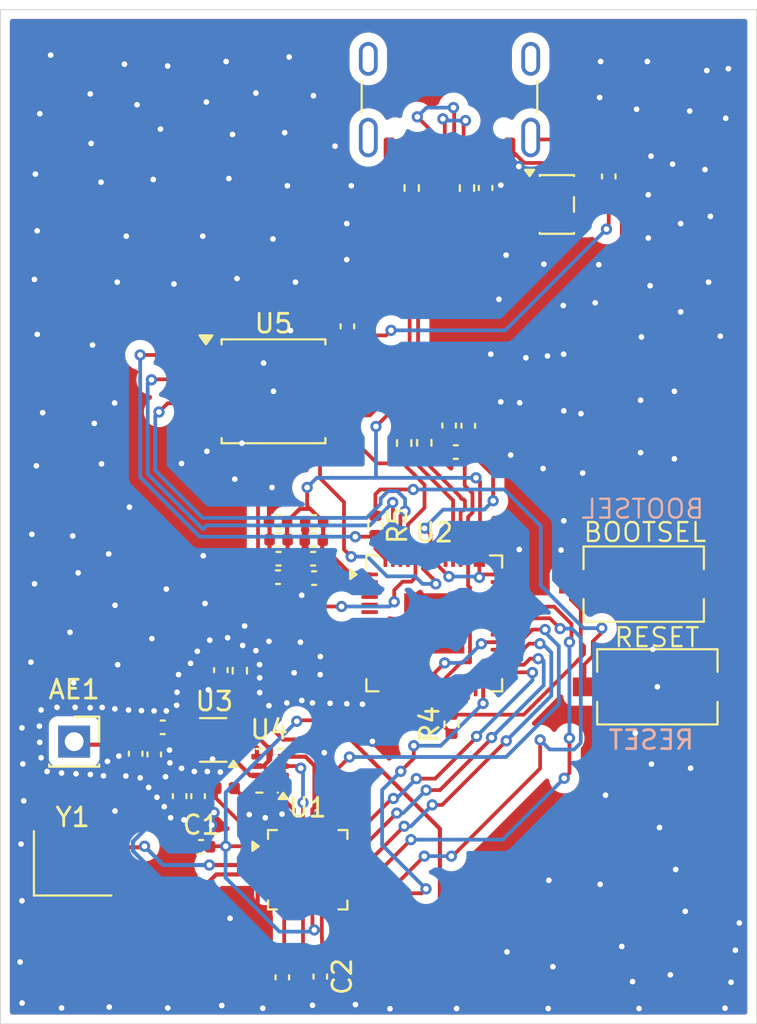
<source format=kicad_pcb>
(kicad_pcb (version 20241229) (generator "pcbnew") (generator_version "9.0")
  (layers (0 "F.Cu" signal) (4 "In1.Cu" signal) (6 "In2.Cu" signal) (2 "B.Cu" signal) (13 "F.Paste" user) (15 "B.Paste" user) (5 "F.SilkS" user "F.Silkscreen") (7 "B.SilkS" user "B.Silkscreen") (1 "F.Mask" user) (3 "B.Mask" user) (25 "Edge.Cuts" user))
  (net 0 "")
  (net 1 "Earth")
  (net 2 "+3V3")
  (net 3 "Net-(U1-VREG)")
  (net 4 "VBUS")
  (net 5 "Net-(J1-SHIELD)")
  (net 6 "Net-(J1-CC1)")
  (net 7 "Net-(J1-CC2)")
  (net 10 "Net-(U1-DCC_SW)")
  (net 11 "/SX_DIO2")
  (net 12 "/RUN")
  (net 13 "/QPSI_SS")
  (net 14 "Net-(R5-Pad1)")
  (net 15 "/SX_XTA")
  (net 16 "/SX_MOSI")
  (net 17 "/SX_XTB")
  (net 18 "/SX_CLK")
  (net 19 "/SX_MISO")
  (net 20 "/SX_DIO3")
  (net 21 "/SX_NSS")
  (net 22 "/SX_DIO1")
  (net 23 "/SX_NRST")
  (net 24 "/SX_BUSY")
  (net 26 "/QPSI_SD0")
  (net 27 "/QPSI_SD1")
  (net 29 "/QPSI_SD3")
  (net 43 "/QPSI_SD2")
  (net 50 "/XOUT")
  (net 55 "/XIN")
  (net 57 "Net-(U3-RF1)")
  (net 58 "Net-(U3-RF2)")
  (net 59 "+3.3V")
  (net 60 "/QPSI_SCLK")
  (net 62 "/SX_RFO")
  (net 63 "/SX_RFI_N")
  (net 64 "/SX_VR_PA")
  (net 65 "/SX_RFI_P")
  (net 66 "Net-(AE1-A)")
  (net 67 "Net-(C18-Pad2)")
  (net 68 "Net-(U3-RFIN)")
  (net 69 "Net-(U3-CTRL)")
  (net 70 "+1V1")
  (net 71 "/D-")
  (net 72 "/D+")
  (footprint "Capacitor_SMD:C_0402_1005Metric" (layer "F.Cu") (at 71.34 148.3025 -90)
    (property "Reference" "C20" (hide yes))
    (property "Value" "3.3 pF" (hide yes))
  )
  (footprint "Capacitor_SMD:C_0402_1005Metric" (layer "F.Cu") (at 80.81 136.95 180)
    (property "Reference" "C8" (hide yes))
    (property "Value" "100 nF" (hide yes))
  )
  (footprint "Resistor_SMD:R_0402_1005Metric" (layer "F.Cu") (at 76.88 143.8925 90)
    (property "Reference" "R1" (hide yes))
    (property "Value" "100" (hide yes))
  )
  (footprint "Capacitor_SMD:C_0402_1005Metric" (layer "F.Cu") (at 72.78 146.9025 180)
    (property "Reference" "C18" (hide yes))
    (property "Value" "39 pF" (hide yes))
  )
  (footprint "Resistor_SMD:R_0402_1005Metric" (layer "F.Cu") (at 86.69 131.78 -90)
    (property "Reference" "R2" (hide yes))
    (property "Value" "27.4" (hide yes))
  )
  (footprint "Capacitor_SMD:C_0402_1005Metric" (layer "F.Cu") (at 74.66 150.5625 -90)
    (property "Reference" "C5" (hide yes))
    (property "Value" "47 pF" (hide yes))
  )
  (footprint "Connector_PinSocket_2.54mm:PinSocket_1x01_P2.54mm_Vertical" (layer "F.Cu") (at 68.07 147.6625)
    (property "Reference" "AE1")
    (property "Value" "Antenna")
  )
  (footprint "Capacitor_SMD:C_0402_1005Metric" (layer "F.Cu") (at 80.83 138.97 180)
    (property "Reference" "C13" (hide yes))
    (property "Value" "100 nF" (hide yes))
  )
  (footprint "Connector_USB:USB_C_Receptacle_GCT_USB4105-xx-A_16P_TopMnt_Horizontal" (layer "F.Cu") (at 88.03 112.445 180)
    (property "Reference" "J1" (hide yes))
    (property "Value" "USB_C_Receptacle_USB2.0_16P" (hide yes))
  )
  (footprint "Button_Switch_SMD:SW_Tactile_SPST_NO_Straight_CK_PTS636Sx25SMTRLFS" (layer "F.Cu") (at 99.085 144.75 180)
    (property "Reference" "SW2" (hide yes))
    (property "Value" "BOOTSEL" (hide yes))
  )
  (footprint "Resistor_SMD:R_0402_1005Metric" (layer "F.Cu") (at 84.09 136.17 -90)
    (property "Reference" "R5")
    (property "Value" "1k")
  )
  (footprint "Capacitor_SMD:C_0402_1005Metric" (layer "F.Cu") (at 78.94 136.93 180)
    (property "Reference" "C11" (hide yes))
    (property "Value" "100 nF" (hide yes))
  )
  (footprint "Capacitor_SMD:C_0402_1005Metric" (layer "F.Cu") (at 79.14 160.1925 -90)
    (property "Reference" "C3" (hide yes))
    (property "Value" "47 nF" (hide yes))
  )
  (footprint "Capacitor_SMD:C_0402_1005Metric" (layer "F.Cu") (at 74.82 153.2525)
    (property "Reference" "C1")
    (property "Value" "100 nf" (hide yes))
  )
  (footprint "Capacitor_SMD:C_0402_1005Metric" (layer "F.Cu") (at 78.94 137.94 180)
    (property "Reference" "C12" (hide yes))
    (property "Value" "100 nF" (hide yes))
  )
  (footprint "Capacitor_SMD:C_0402_1005Metric" (layer "F.Cu") (at 89.03 130.87 -90)
    (property "Reference" "C21" (hide yes))
    (property "Value" "1 uF" (hide yes))
  )
  (footprint "Resistor_SMD:R_0402_1005Metric" (layer "F.Cu") (at 88.14 146.74 90)
    (property "Reference" "R4")
    (property "Value" "10k")
  )
  (footprint "Package_SO:SOIC-8_5.3x5.3mm_P1.27mm" (layer "F.Cu") (at 78.67 129.04)
    (property "Reference" "U5")
    (property "Value" "12 MHz")
  )
  (footprint "Capacitor_SMD:C_0402_1005Metric" (layer "F.Cu") (at 81.16 160.1525 -90)
    (property "Reference" "C2")
    (property "Value" "100 nf" (hide yes))
  )
  (footprint "Capacitor_SMD:C_0402_1005Metric" (layer "F.Cu") (at 72.33 148.3425 -90)
    (property "Reference" "C19" (hide yes))
    (property "Value" "3.3 pF" (hide yes))
  )
  (footprint "Package_DFN_QFN:QFN-24-1EP_4x4mm_P0.5mm_EP2.6x2.6mm" (layer "F.Cu") (at 80.49 154.4725)
    (property "Reference" "U1")
    (property "Value" "SX1262IMLTRT" (hide yes))
  )
  (footprint "Capacitor_SMD:C_0402_1005Metric" (layer "F.Cu") (at 89.95 118.23 90)
    (property "Reference" "C16" (hide yes))
    (property "Value" "10 uF")
  )
  (footprint "Capacitor_SMD:C_0402_1005Metric" (layer "F.Cu") (at 88.01 130.86 90)
    (property "Reference" "C22" (hide yes))
    (property "Value" "100 nF" (hide yes))
  )
  (footprint "Inductor_SMD:L_0402_1005Metric" (layer "F.Cu") (at 70.895 146.8425 180)
    (property "Reference" "L3" (hide yes))
    (property "Value" "9.1 nH" (hide yes))
  )
  (footprint "Inductor_SMD:L_0402_1005Metric" (layer "F.Cu") (at 80.16 160.1725 -90)
    (property "Reference" "L1" (hide yes))
    (property "Value" "15uH" (hide yes))
  )
  (footprint "Capacitor_SMD:C_0402_1005Metric" (layer "F.Cu") (at 88.365 132.27 180)
    (property "Reference" "C23" (hide yes))
    (property "Value" "100 nF" (hide yes))
  )
  (footprint "Capacitor_SMD:C_0402_1005Metric" (layer "F.Cu") (at 80.83 135.98 180)
    (property "Reference" "C9" (hide yes))
    (property "Value" "100 nF" (hide yes))
  )
  (footprint "Resistor_SMD:R_0402_1005Metric" (layer "F.Cu") (at 86.02 118.23 90)
    (property "Reference" "R7" (hide yes))
    (property "Value" "5.1 k" (hide yes))
  )
  (footprint "Package_TO_SOT_SMD:SOT-23-5" (layer "F.Cu") (at 93.74 119.1075)
    (property "Reference" "U6" (hide yes))
    (property "Value" "AP2112K-3.3" (hide yes))
  )
  (footprint "Resistor_SMD:R_0402_1005Metric" (layer "F.Cu") (at 88.96 118.24 -90)
    (property "Reference" "R6" (hide yes))
    (property "Value" "5.1 k" (hide yes))
  )
  (footprint "Button_Switch_SMD:SW_Tactile_SPST_NO_Straight_CK_PTS636Sx25SMTRLFS" (layer "F.Cu") (at 98.36 139.29 180)
    (property "Reference" "SW3" (hide yes))
    (property "Value" "RESET" (hide yes))
  )
  (footprint "Capacitor_SMD:C_0402_1005Metric" (layer "F.Cu") (at 73.68 150.5625 -90)
    (property "Reference" "C4" (hide yes))
    (property "Value" "47 pF" (hide yes))
  )
  (footprint "Capacitor_SMD:C_0402_1005Metric" (layer "F.Cu") (at 75.87 143.8625 -90)
    (property "Reference" "C6" (hide yes))
    (property "Value" "1 nF" (hide yes))
  )
  (footprint "Inductor_SMD:L_0402_1005Metric" (layer "F.Cu") (at 93.89 116.14 -90)
    (property "Reference" "FB1" (hide yes))
    (property "Value" "BLM15AX102SN1D" (hide yes))
  )
  (footprint "Capacitor_SMD:C_0402_1005Metric" (layer "F.Cu") (at 80.78 137.94 180)
    (property "Reference" "C7" (hide yes))
    (property "Value" "1 uF" (hide yes))
  )
  (footprint "Inductor_SMD:L_0402_1005Metric" (layer "F.Cu") (at 76.1 150.1325)
    (property "Reference" "L2" (hide yes))
    (property "Value" "47 nH" (hide yes))
  )
  (footprint "Capacitor_SMD:C_0402_1005Metric" (layer "F.Cu") (at 78.91 135.97 180)
    (property "Reference" "C10" (hide yes))
    (property "Value" "100 nF (C8 - C14)" (hide yes))
  )
  (footprint "Capacitor_SMD:C_0402_1005Metric" (layer "F.Cu") (at 78.91 138.92 180)
    (property "Reference" "C14" (hide yes))
    (property "Value" "100 nF" (hide yes))
  )
  (footprint "Package_TO_SOT_SMD:SOT-363_SC-70-6" (layer "F.Cu") (at 75.46 147.5725 180)
    (property "Reference" "U3")
    (property "Value" "PE4259" (hide yes))
  )
  (footprint "Capacitor_SMD:C_0402_1005Metric" (layer "F.Cu") (at 82.6 125.59 90)
    (property "Reference" "C15" (hide yes))
    (property "Value" "100 nF")
  )
  (footprint "Package_DFN_QFN:QFN-56-1EP_7x7mm_P0.4mm_EP3.2x3.2mm" (layer "F.Cu") (at 87.22 141.3775)
    (property "Reference" "U2")
    (property "Value" "RP2040")
  )
  (footprint "RF_Converter:Balun_Johanson_0900FM15K0039" (layer "F.Cu") (at 78.49 149.2125 180)
    (property "Reference" "U4")
    (property "Value" "0900FM15D0039E" (hide yes))
  )
  (footprint "Capacitor_SMD:C_0402_1005Metric" (layer "F.Cu") (at 96.5 117.62 90)
    (property "Reference" "C17" (hide yes))
    (property "Value" "10 uF" (hide yes))
  )
  (footprint "Crystal:Crystal_SMD_3225-4Pin_3.2x2.5mm" (layer "F.Cu") (at 67.99 154.1325)
    (property "Reference" "Y1")
    (property "Value" "32MHz")
  )
  (footprint "Resistor_SMD:R_0402_1005Metric" (layer "F.Cu") (at 85.62 131.79 -90)
    (property "Reference" "R3" (hide yes))
    (property "Value" "27.4" (hide yes))
  )
  (gr_rect (start 64.15 108.75) (end 104.37 162.67) (stroke (width 0.05)) (fill no) (layer "Edge.Cuts"))
  (gr_text "BOOTSEL" (at 95.08 137.12 0) (layer "F.SilkS") (effects (font (size 1 1) (thickness 0.125)) (justify left bottom)))
  (gr_text "RESET" (at 96.72 142.71 0) (layer "F.SilkS") (effects (font (size 1 1) (thickness 0.125)) (justify left bottom)))
  (gr_text "RESET" (at 101.12 148.16 0) (layer "B.SilkS") (effects (font (size 1 1)) (justify left bottom mirror)))
  (gr_text "BOOTSEL" (at 101.65 135.88 0) (layer "B.SilkS") (effects (font (size 1 1) (thickness 0.125)) (justify left bottom mirror)))
  (segment (start 77.829 155.37556) (end 77.98206 155.2225) (width 0.22) (layer "F.Cu") (net 1))
  (segment (start 79.779 139.541) (end 79.051 139.541) (width 0.22) (layer "F.Cu") (net 1))
  (segment (start 74.67 152.3225) (end 74.66 152.3125) (width 0.22) (layer "F.Cu") (net 1))
  (segment (start 67.39 153.2825) (end 66.89 153.2825) (width 0.22) (layer "F.Cu") (net 1))
  (segment (start 75.84 144.3725) (end 75.87 144.3425) (width 0.22) (layer "F.Cu") (net 1))
  (segment (start 78.49 150.275) (end 78.1025 150.275) (width 0.22) (layer "F.Cu") (net 1))
  (segment (start 87.399 130.991) (end 87.399 131.784) (width 0.2) (layer "F.Cu") (net 1))
  (segment (start 79.19 149.4625) (end 78.637964 149.4625) (width 0.22) (layer "F.Cu") (net 1))
  (segment (start 71.34 148.7825) (end 72.29 148.7825) (width 0.22) (layer "F.Cu") (net 1))
  (segment (start 80.35 135.98) (end 80.35 136.93) (width 0.22) (layer "F.Cu") (net 1))
  (segment (start 80.33 137.91) (end 80.3 137.94) (width 0.22) (layer "F.Cu") (net 1))
  (segment (start 74.34 153.2525) (end 74.34 152.6525) (width 0.22) (layer "F.Cu") (net 1))
  (segment (start 78.43 136.9) (end 78.46 136.93) (width 0.22) (layer "F.Cu") (net 1))
  (segment (start 80.3 138.92) (end 80.35 138.97) (width 0.22) (layer "F.Cu") (net 1))
  (segment (start 89 118.71) (end 88.96 118.75) (width 0.2) (layer "F.Cu") (net 1))
  (segment (start 80.529 161.2635) (end 81.16 160.6325) (width 0.22) (layer "F.Cu") (net 1))
  (segment (start 89.95 118.71) (end 89.96 118.71) (width 0.2) (layer "F.Cu") (net 1))
  (segment (start 81.24 153.7225) (end 80.49 154.4725) (width 0.22) (layer "F.Cu") (net 1))
  (segment (start 82.6 125.11) (end 82.6 125.1) (width 0.2) (layer "F.Cu") (net 1))
  (segment (start 75.772672 144.3425) (end 75.207586 144.907586) (width 0.22) (layer "F.Cu") (net 1))
  (segment (start 79.779 139.541) (end 79.9 139.42) (width 0.22) (layer "F.Cu") (net 1))
  (segment (start 79.14 160.6725) (end 77.829 159.3615) (width 0.22) (layer "F.Cu") (net 1))
  (segment (start 78.49 149.814536) (end 78.49 150.275) (width 0.22) (layer "F.Cu") (net 1))
  (segment (start 76.011986 146.4115) (end 75.774 146.649486) (width 0.22) (layer "F.Cu") (net 1))
  (segment (start 74.66 152.3125) (end 74.66 152.1025) (width 0.22) (layer "F.Cu") (net 1))
  (segment (start 75.87 145.462117) (end 76.819383 146.4115) (width 0.22) (layer "F.Cu") (net 1))
  (segment (start 92.006 116.901) (end 91.23 116.125) (width 0.2) (layer "F.Cu") (net 1))
  (segment (start 75.774 146.649486) (end 75.774 147.2665) (width 0.22) (layer "F.Cu") (net 1))
  (segment (start 81.24 152.535) (end 81.24 153.7225) (width 0.22) (layer "F.Cu") (net 1))
  (segment (start 90.7 119.1075) (end 92.6025 119.1075) (width 0.2) (layer "F.Cu") (net 1))
  (segment (start 79.051 139.541) (end 78.43 138.92) (width 0.22) (layer "F.Cu") (net 1))
  (segment (start 85.33 118.74) (end 84.83 118.24) (width 0.2) (layer "F.Cu") (net 1))
  (segment (start 75.13 132.23) (end 75.13 130.9925) (width 0.22) (layer "F.Cu") (net 1))
  (segment (start 75.13 130.9925) (end 75.0825 130.945) (width 0.22) (layer "F.Cu") (net 1))
  (segment (start 72.33 148.8225) (end 72.33 149.6925) (width 0.22) (layer "F.Cu") (net 1))
  (segment (start 102.235 139.29) (end 102.235 144.025) (width 0.2) (layer "F.Cu") (net 1))
  (segment (start 78.49 148.610464) (end 78.49 148.15) (width 0.22) (layer "F.Cu") (net 1))
  (segment (start 72.29 148.7825) (end 72.33 148.8225) (width 0.22) (layer "F.Cu") (net 1))
  (segment (start 79.74 153.7225) (end 80.49 154.4725) (width 0.22) (layer "F.Cu") (net 1))
  (segment (start 90.3575 119.1075) (end 89.96 118.71) (width 0.2) (layer "F.Cu") (net 1))
  (segment (start 90.76 119.0475) (end 90.7 119.1075) (width 0.2) (layer "F.Cu") (net 1))
  (segment (start 87.885 132.27) (end 87.399 131.784) (width 0.2) (layer "F.Cu") (net 1))
  (segment (start 69.09 154.9825) (end 67.39 153.2825) (width 0.22) (layer "F.Cu") (net 1))
  (segment (start 91.909 116.901) (end 91.720515 117.089485) (width 0.2) (layer "F.Cu") (net 1))
  (segment (start 77.79 148.9625) (end 78.137964 148.9625) (width 0.22) (layer "F.Cu") (net 1))
  (segment (start 78.43 134.31) (end 78.59 134.15) (width 0.22) (layer "F.Cu") (net 1))
  (segment (start 90.76 118.08) (end 90.76 119.0475) (width 0.2) (layer "F.Cu") (net 1))
  (segment (start 94.405 117.14) (end 93.89 116.625) (width 0.2) (layer "F.Cu") (net 1))
  (segment (start 78.137964 148.9625) (end 78.49 148.610464) (width 0.22) (layer "F.Cu") (net 1))
  (segment (start 90.7 119.1075) (end 90.3575 119.1075) (width 0.2) (layer "F.Cu") (net 1))
  (segment (start 80.3 137.94) (end 80.3 138.92) (width 0.22) (layer "F.Cu") (net 1))
  (segment (start 77.829 159.3615) (end 77.829 157.0725) (width 0.22) (layer "F.Cu") (net 1))
  (segment (start 74.66 152.1025) (end 74.66 152.0225) (width 0.22) (layer "F.Cu") (net 1))
  (segment (start 78.401 147.993117) (end 76.819383 146.4115) (width 0.22) (layer "F.Cu") (net 1))
  (segment (start 75.87 145.462117) (end 75.87 144.3425) (width 0.22) (layer "F.Cu") (net 1))
  (segment (start 96.5 117.14) (end 94.405 117.14) (width 0.2) (layer "F.Cu") (net 1))
  (segment (start 72.33 149.6925) (end 73.68 151.0425) (width 0.22) (layer "F.Cu") (net 1))
  (segment (start 78.43 138.92) (end 78.43 137.97) (width 0.22) (layer "F.Cu") (net 1))
  (segment (start 98.42 139.29) (end 97.19 138.06) (width 0.2) (layer "F.Cu") (net 1))
  (segment (start 93.89 116.625) (end 93.614 116.901) (width 0.2) (layer "F.Cu") (net 1))
  (segment (start 76.08 147.5725) (end 76.41 147.5725) (width 0.22) (layer "F.Cu") (net 1))
  (segment (start 74.66 151.7425) (end 74.66 151.0425) (width 0.22) (layer "F.Cu") (net 1))
  (segment (start 75.02 151.7425) (end 75.38 152.1025) (width 0.22) (layer "F.Cu") (net 1))
  (segment (start 88.01 130.38) (end 89.02 130.38) (width 0.2) (layer "F.Cu") (net 1))
  (segment (start 78.43 137.97) (end 78.46 137.94) (width 0.22) (layer "F.Cu") (net 1))
  (segment (start 97.19 138.06) (end 97.19 117.83) (width 0.2) (layer "F.Cu") (net 1))
  (segment (start 88.96 130.325) (end 88.96 118.75) (width 0.2) (layer "F.Cu") (net 1))
  (segment (start 74.66 151.7425) (end 75.02 151.7425) (width 0.22) (layer "F.Cu") (net 1))
  (segment (start 75.87 144.3425) (end 75.772672 144.3425) (width 0.22) (layer "F.Cu") (net 1))
  (segment (start 80.33 136.95) (end 80.33 137.91) (width 0.22) (layer "F.Cu") (net 1))
  (segment (start 76.36 157.0525) (end 77.809 157.0525) (width 0.22) (layer "F.Cu") (net 1))
  (segment (start 75.774 147.2665) (end 76.08 147.5725) (width 0.22) (layer "F.Cu") (net 1))
  (segment (start 78.137964 148.9625) (end 78.401 148.699464) (width 0.22) (layer "F.Cu") (net 1))
  (segment (start 78.401 148.699464) (end 78.401 147.993117) (width 0.22) (layer "F.Cu") (net 1))
  (segment (start 88.895 130.39) (end 88.96 130.325) (width 0.2) (layer "F.Cu") (net 1))
  (segment (start 73.68 151.0425) (end 74.66 151.0425) (width 0.22) (layer "F.Cu") (net 1))
  (segment (start 74.34 152.6525) (end 74.67 152.3225) (width 0.22) (layer "F.Cu") (net 1))
  (segment (start 74.66 152.0225) (end 74.66 151.7425) (width 0.22) (layer "F.Cu") (net 1))
  (segment (start 77.98206 155.2225) (end 78.5525 155.2225) (width 0.22) (layer "F.Cu") (net 1))
  (segment (start 78.637964 149.4625) (end 78.137964 148.9625) (width 0.22) (layer "F.Cu") (net 1))
  (segment (start 79.731 161.2635) (end 80.529 161.2635) (width 0.22) (layer "F.Cu") (net 1))
  (segment (start 89.02 130.38) (end 89.03 130.39) (width 0.2) (layer "F.Cu") (net 1))
  (segment (start 92.006 116.901) (end 91.909 116.901) (width 0.2) (layer "F.Cu") (net 1))
  (segment (start 79.9 139.42) (end 80.35 138.97) (width 0.22) (layer "F.Cu") (net 1))
  (segment (start 69.09 154.9825) (end 72.61 154.9825) (width 0.22) (layer "F.Cu") (net 1))
  (segment (start 89.96 118.71) (end 89 118.71) (width 0.2) (layer "F.Cu") (net 1))
  (segment (start 79.74 156.41) (end 79.74 155.2225) (width 0.22) (layer "F.Cu") (net 1))
  (segment (start 78.1025 150.275) (end 77.79 149.9625) (width 0.22) (layer "F.Cu") (net 1))
  (segment (start 79.74 155.2225) (end 80.49 154.4725) (width 0.22) (layer "F.Cu") (net 1))
  (segment (start 102.235 139.29) (end 98.42 139.29) (width 0.2) (layer "F.Cu") (net 1))
  (segment (start 77.809 157.0525) (end 77.829 157.0725) (width 0.22) (layer "F.Cu") (net 1))
  (segment (start 78.43 135.97) (end 78.43 134.31) (width 0.22) (layer "F.Cu") (net 1))
  (segment (start 79.14 160.6725) (end 79.731 161.2635) (width 0.22) (layer "F.Cu") (net 1))
  (segment (start 87.885 132.27) (end 87.87745 132.27) (width 0.2) (layer "F.Cu") (net 1))
  (segment (start 78.46 137.94) (end 78.46 136.93) (width 0.22) (layer "F.Cu") (net 1))
  (segment (start 102.235 144.025) (end 102.96 144.75) (width 0.2) (layer "F.Cu") (net 1))
  (segment (start 78.5525 155.2225) (end 79.74 155.2225) (width 0.22) (layer "F.Cu") (net 1))
  (segment (start 87.399 130.991) (end 88.01 130.38) (width 0.2) (layer "F.Cu") (net 1))
  (segment (start 85.33 118.74) (end 86.02 118.74) (width 0.2) (layer "F.Cu") (net 1))
  (segment (start 78.46 136) (end 78.43 135.97) (width 0.22) (layer "F.Cu") (net 1))
  (segment (start 80.35 136.93) (end 80.33 136.95) (width 0.22) (layer "F.Cu") (net 1))
  (segment (start 76.819383 146.4115) (end 76.011986 146.4115) (width 0.22) (layer "F.Cu") (net 1))
  (segment (start 93.614 116.901) (end 92.006 116.901) (width 0.2) (layer "F.Cu") (net 1))
  (segment (start 97.19 117.83) (end 96.5 117.14) (width 0.2) (layer "F.Cu") (net 1))
  (segment (start 80.17 139.88) (end 80.17 139.69) (width 0.22) (layer "F.Cu") (net 1))
  (segment (start 86.02 121.68) (end 86.02 118.74) (width 0.2) (layer "F.Cu") (net 1))
  (segment (start 82.6 125.1) (end 86.02 121.68) (width 0.2) (layer "F.Cu") (net 1))
  (segment (start 80.17 139.69) (end 79.9 139.42) (width 0.22) (layer "F.Cu") (net 1))
  (segment (start 78.842036 149.4625) (end 78.49 149.814536) (width 0.22) (layer "F.Cu") (net 1))
  (segment (start 79.19 149.4625) (end 78.842036 149.4625) (width 0.22) (layer "F.Cu") (net 1))
  (segment (start 78.5525 153.7225) (end 79.74 153.7225) (width 0.22) (layer "F.Cu") (net 1))
  (segment (start 72.61 154.9825) (end 74.34 153.2525) (width 0.22) (layer "F.Cu") (net 1))
  (segment (start 78.46 136.93) (end 78.46 136) (width 0.22) (layer "F.Cu") (net 1))
  (segment (start 84.83 118.24) (end 84.83 116.125) (width 0.2) (layer "F.Cu") (net 1))
  (segment (start 77.829 157.0725) (end 77.829 155.37556) (width 0.22) (layer "F.Cu") (net 1))
  (via (at 76.23 142.14) (size 0.6) (drill 0.3) (layers "F.Cu" "B.Cu") (net 1))
  (via (at 73.62 144.1) (size 0.6) (drill 0.3) (layers "F.Cu" "B.Cu") (net 1))
  (via (at 73.91 151.82) (size 0.6) (drill 0.3) (layers "F.Cu" "B.Cu") (net 1))
  (via (at 83.93 147.65) (size 0.6) (drill 0.3) (layers "F.Cu" "B.Cu") (net 1))
  (via (at 72.03 150.1) (size 0.6) (drill 0.3) (layers "F.Cu" "B.Cu") (net 1))
  (via (at 102.863007 111.89279) (size 0.6) (drill 0.3) (layers "F.Cu" "B.Cu") (net 1))
  (via (at 70.82 149.49) (size 0.6) (drill 0.3) (layers "F.Cu" "B.Cu") (net 1))
  (via (at 76.726974 123.046079) (size 0.6) (drill 0.3) (layers "F.Cu" "B.Cu") (net 1))
  (via (at 78.098118 161.836006) (size 0.6) (drill 0.3) (layers "F.Cu" "B.Cu") (net 1))
  (via (at 66.393188 130.17844) (size 0.6) (drill 0.3) (layers "F.Cu" "B.Cu") (net 1))
  (via (at 98.236571 126.152301) (size 0.6) (drill 0.3) (layers "F.Cu" "B.Cu") (net 1))
  (via (at 67.4 149.33) (size 0.6) (drill 0.3) (layers "F.Cu" "B.Cu") (net 1))
  (via (at 75.099455 113.663913) (size 0.6) (drill 0.3) (layers "F.Cu" "B.Cu") (net 1))
  (via (at 82.566893 120.12612) (size 0.6) (drill 0.3) (layers "F.Cu" "B.Cu") (net 1))
  (via (at 71.413604 113.807518) (size 0.6) (drill 0.3) (layers "F.Cu" "B.Cu") (net 1))
  (via (at 73.54 145.04) (size 0.6) (drill 0.3) (layers "F.Cu" "B.Cu") (net 1))
  (via (at 70.385089 143.574108) (size 0.6) (drill 0.3) (layers "F.Cu" "B.Cu") (net 1))
  (via (at 97.908884 147.206166) (size 0.6) (drill 0.3) (layers "F.Cu" "B.Cu") (net 1))
  (via (at 65.387956 150.809631) (size 0.6) (drill 0.3) (layers "F.Cu" "B.Cu") (net 1))
  (via (at 80.17 139.88) (size 0.6) (drill 0.3) (layers "F.Cu" "B.Cu") (net 1))
  (via (at 98.698474 123.429025) (size 0.6) (drill 0.3) (layers "F.Cu" "B.Cu") (net 1))
  (via (at 68.92 145.86) (size 0.6) (drill 0.3) (layers "F.Cu" "B.Cu") (net 1))
  (via (at 65.29222 156.123001) (size 0.6) (drill 0.3) (layers "F.Cu" "B.Cu") (net 1))
  (via (at 84.864939 161.861221) (size 0.6) (drill 0.3) (layers "F.Cu" "B.Cu") (net 1))
  (via (at 75.84 149.28) (size 0.6) (drill 0.3) (layers "F.Cu" "B.Cu") (net 1))
  (via (at 68.17 149.37) (size 0.6) (drill 0.3) (layers "F.Cu" "B.Cu") (net 1))
  (via (at 77.935874 144.269339) (size 0.6) (drill 0.3) (layers "F.Cu" "B.Cu") (net 1))
  (via (at 99.2 152.23) (size 0.6) (drill 0.3) (layers "F.Cu" "B.Cu") (net 1))
  (via (at 78.426946 142.329535) (size 0.6) (drill 0.3) (layers "F.Cu" "B.Cu") (net 1))
  (via (at 99.895179 116.966819) (size 0.6) (drill 0.3) (layers "F.Cu" "B.Cu") (net 1))
  (via (at 69.63 149.48) (size 0.6) (drill 0.3) (layers "F.Cu" "B.Cu") (net 1))
  (via (at 98.110884 161.848613) (size 0.6) (drill 0.3) (layers "F.Cu" "B.Cu") (net 1))
  (via (at 80.102332 142.377404) (size 0.6) (drill 0.3) (layers "F.Cu" "B.Cu") (net 1))
  (via (at 91.087667 158.838137) (size 0.6) (drill 0.3) (layers "F.Cu" "B.Cu") (net 1))
  (via (at 66.22 146.84) (size 0.6) (drill 0.3) (layers "F.Cu" "B.Cu") (net 1))
  (via (at 78.641701 120.939879) (size 0.6) (drill 0.3) (layers "F.Cu" "B.Cu") (net 1))
  (via (at 66.31 148.52) (size 0.6) (drill 0.3) (layers "F.Cu" "B.Cu") (net 1))
  (via (at 66.105979 126.013907) (size 0.6) (drill 0.3) (layers "F.Cu" "B.Cu") (net 1))
  (via (at 72.275232 117.780578) (size 0.6) (drill 0.3) (layers "F.Cu" "B.Cu") (net 1))
  (via (at 79.263988 115.291432) (size 0.6) (drill 0.3) (layers "F.Cu" "B.Cu") (net 1))
  (via (at 74.46 149.25) (size 0.6) (drill 0.3) (layers "F.Cu" "B.Cu") (net 1))
  (via (at 99.99115 129.040187) (size 0.6) (drill 0.3) (layers "F.Cu" "B.Cu") (net 1))
  (via (at 65.340088 148.847035) (size 0.6) (drill 0.3) (layers "F.Cu" "B.Cu") (net 1))
  (via (at 72.658177 115.099959) (size 0.6) (drill 0.3) (layers "F.Cu" "B.Cu") (net 1))
  (via (at 70.446034 148.4325) (size 0.6) (drill 0.3) (layers "F.Cu" "B.Cu") (net 1))
  (via (at 98.770512 148.857619) (size 0.6) (drill 0.3) (layers "F.Cu" "B.Cu") (net 1))
  (via (at 99.775744 160.058776) (size 0.6) (drill 0.3) (layers "F.Cu" "B.Cu") (net 1))
  (via (at 79.838406 123.237552) (size 0.6) (drill 0.3) (layers "F.Cu" "B.Cu") (net 1))
  (via (at 75.918958 161.69) (size 0.6) (drill 0.3) (layers "F.Cu" "B.Cu") (net 1))
  (via (at 67.156666 145.838943) (size 0.6) (drill 0.3) (layers "F.Cu" "B.Cu") (net 1))
  (via (at 91.74 137.45) (size 0.6) (drill 0.3) (layers "F.Cu" "B.Cu") (net 1))
  (via (at 98.194022 129.513712) (size 0.6) (drill 0.3) (layers "F.Cu" "B.Cu") (net 1))
  (via (at 91.76333 129.65189) (size 0.6) (drill 0.3) (layers "F.Cu" "B.Cu") (net 1))
  (via (at 75.13 132.23) (size 0.6) (drill 0.3) (layers "F.Cu" "B.Cu") (net 1))
  (via (at 97.190861 158.550928) (size 0.6) (drill 0.3) (layers "F.Cu" "B.Cu") (net 1))
  (via (at 98.194022 132.300705) (size 0.6) (drill 0.3) (layers "F.Cu" "B.Cu") (net 1))
  (via (at 93.279277 161.848613) (size 0.6) (drill 0.3) (layers "F.Cu" "B.Cu") (net 1))
  (via (at 100.565569 156.684068) (size 0.6) (drill 0.3) (layers "F.Cu" "B.Cu") (net 1))
  (via (at 79.407592 118.115655) (size 0.6) (drill 0.3) (layers "F.Cu" "B.Cu") (net 1))
  (via (at 91.284648 132.428245) (size 0.6) (drill 0.3) (layers "F.Cu" "B.Cu") (net 1))
  (via (at 79.575782 125.815009) (size 0.6) (drill 0.3) (layers "F.Cu" "B.Cu") (net 1))
  (via (at 69.523462 132.899501) (size 0.6) (drill 0.3) (layers "F.Cu" "B.Cu") (net 1))
  (via (at 78.23 151.71) (size 0.6) (drill 0.3) (layers "F.Cu" "B.Cu") (net 1))
  (via (at 77.03 142.55) (size 0.6) (drill 0.3) (layers "F.Cu" "B.Cu") (net 1))
  (via (at 97.980451 114.046859) (size 0.6) (drill 0.3) (layers "F.Cu" "B.Cu") (net 1))
  (via (at 72.969972 139.55318) (size 0.6) (drill 0.3) (layers "F.Cu" "B.Cu") (net 1))
  (via (at 70.839186 120.796274) (size 0.6) (drill 0.3) (layers "F.Cu" "B.Cu") (net 1))
  (via (at 100.06 154.46) (size 0.6) (drill 0.3) (layers "F.Cu" "B.Cu") (net 1))
  (via (at 80.173663 145.473333) (size 0.6) (drill 0.3) (layers "F.Cu" "B.Cu") (net 1))
  (via (at 71.007376 135.197175) (size 0.6) (drill 0.3) (layers "F.Cu" "B.Cu") (net 1))
  (via (at 65.95663 123.093948) (size 0.6) (drill 0.3) (layers "F.Cu" "B.Cu") (net 1))
  (via (at 77.732206 113.185232) (size 0.6) (drill 0.3) (layers "F.Cu" "B.Cu") (net 1))
  (via (at 78.427557 145.750693) (size 0.6) (drill 0.3) (layers "F.Cu" "B.Cu") (net 1))
  (via (at 69.04478 126.5809) (size 0.6) (drill 0.3) (layers "F.Cu" "B.Cu") (net 1))
  (via (at 81.37 148.25) (size 0.6) (drill 0.3) (layers "F.Cu" "B.Cu") (net 1))
  (via (at 76.487633 115.387168) (size 0.6) (drill 0.3) (layers "F.Cu" "B.Cu") (net 1))
  (via (at 73.041123 111.749186) (size 0.6) (drill 0.3) (layers "F.Cu" "B.Cu") (net 1))
  (via (at 90.758098 129.604022) (size 0.6) (drill 0.3) (layers "F.Cu" "B.Cu") (net 1))
  (via (at 72.47 150.62) (size 0.6) (drill 0.3) (layers "F.Cu" "B.Cu") (net 1))
  (via (at 101.905643 119.743174) (size 0.6) (drill 0.3) (layers "F.Cu" "B.Cu") (net 1))
  (via (at 68.972326 115.86585) (size 0.6) (drill 0.3) (layers "F.Cu" "B.Cu") (net 1))
  (via (at 94.108872 135.922623) (size 0.6) (drill 0.3) (layers "F.Cu" "B.Cu") (net 1))
  (via (at 73.046867 161.819316) (size 0.6) (drill 0.3) (layers "F.Cu" "B.Cu") (net 1))
  (via (at 101.618434 117.254028) (size 0.6) (drill 0.3) (layers "F.Cu" "B.Cu") (net 1))
  (via (at 100.325993 124.817202) (size 0.6) (drill 0.3) (layers "F.Cu" "B.Cu") (net 1))
  (via (at 77.92957 143.569636) (size 0.6) (drill 0.3) (layers "F.Cu" "B.Cu") (net 1))
  (via (at 78.139737 127.538264) (size 0.6) (drill 0.3) (layers "F.Cu" "B.Cu") (net 1))
  (via (at 82.569042 145.649834) (size 0.6) (drill 0.3) (layers "F.Cu" "B.Cu") (net 1))
  (via (at 96.042025 155.248022) (size 0.6) (drill 0.3) (layers "F.Cu" "B.Cu") (net 1))
  (via (at 90.76 118.08) (size 0.6) (drill 0.3) (layers "F.Cu" "B.Cu") (net 1))
  (via (at 90.66 124.15) (size 0.6) (drill 0.3) (layers "F.Cu" "B.Cu") (net 1))
  (via (at 68.93 149.41) (size 0.6) (drill 0.3) (layers "F.Cu" "B.Cu") (net 1))
  (via (at 75.15 149.25) (size 0.6) (drill 0.3) (layers "F.Cu" "B.Cu") (net 1))
  (via (at 74.26 143.5) (size 0.6) (drill 0.3) (layers "F.Cu" "B.Cu") (net 1))
  (via (at 81.16 143.14) (size 0.6) (drill 0.3) (layers "F.Cu" "B.Cu") (net 1))
  (via (at 74.62 142.86) (size 0.6) (drill 0.3) (layers "F.Cu" "B.Cu") (net 1))
  (via (at 100.325993 120.12612) (size 0.6) (drill 0.3) (layers "F.Cu" "B.Cu") (net 1))
  (via (at 83.03 161.64) (size 0.6) (drill 0.3) (layers "F.Cu" "B.Cu") (net 1))
  (via (at 102.683285 161.829702) (size 0.6) (drill 0.3) (layers "F.Cu" "B.Cu") (net 1))
  (via (at 96.07 111.51) (size 0.6) (drill 0.3) (layers "F.Cu" "B.Cu") (net 1))
  (via (at 75.51 151.43) (size 0.6) (drill 0.3) (layers "F.Cu" "B.Cu") (net 1))
  (via (at 96.017855 113.424573) (size 0.6) (drill 0.3) (layers "F.Cu" "B.Cu") (net 1))
  (via (at 82.806234 118.115655) (size 0.6) (drill 0.3) (layers "F.Cu" "B.Cu") (net 1))
  (via (at 67.99168 136.728957) (size 0.6) (drill 0.3) (layers "F.Cu" "B.Cu") (net 1))
  (via (at 100.852778 149.073025) (size 0.6) (drill 0.3) (layers "F.Cu" "B.Cu") (net 1))
  (via (at 93.2415 127.162744) (size 0.6) (drill 0.3) (layers "F.Cu" "B.Cu") (net 1))
  (via (at 90.225804 127.067008) (size 0.6) (drill 0.3) (layers "F.Cu" "B.Cu") (net 1))
  (via (at 76.29616 117.73271) (size 0.6) (drill 0.3) (layers "F.Cu" "B.Cu") (net 1))
  (via (at 81.155433 144.100659) (size 0.6) (drill 0.3) (layers "F.Cu" "B.Cu") (net 1))
  (via (at 80.74099 145.605709) (size 0.6) (drill 0.3) (layers "F.Cu" "B.Cu") (net 1))
  (via (at 67.39842 161.819316) (size 0.6) (drill 0.3) (layers "F.Cu" "B.Cu") (net 1))
  (via (at 66.63 149.25) (size 0.6) (drill 0.3) (layers "F.Cu" "B.Cu") (net 1))
  (via (at 94.08 124.48) (size 0.6) (drill 0.3) (layers "F.Cu" "B.Cu") (net 1))
  (via (at 98.602738 118.594337) (size 0.6) (drill 0.3) (layers "F.Cu" "B.Cu") (net 1))
  (via (at 95.02 130.23) (size 0.6) (drill 0.3) (layers "F.Cu" "B.Cu") (net 1))
  (via (at 70.22 129.66) (size 0.6) (drill 0.3) (layers "F.Cu" "B.Cu") (net 1))
  (via (at 74.932568 137.782057) (size 0.6) (drill 0.3) (layers "F.Cu" "B.Cu") (net 1))
  (via (at 75.43 148.59) (size 0.6) (drill 0.3) (layers "F.Cu" "B.Cu") (net 1))
  (via (at 94.108872 130.082704) (size 0.6) (drill 0.3) (layers "F.Cu" "B.Cu") (net 1))
  (via (at 102.719402 114.525541) (size 0.6) (drill 0.3) (layers "F.Cu" "B.Cu") (net 1))
  (via (at 69.935434 161.771448) (size 0.6) (drill 0.3) (layers "F.Cu" "B.Cu") (net 1))
  (via (at 77.734158 142.825808) (size 0.6) (drill 0.3) (layers "F.Cu" "B.Cu") (net 1))
  (via (at 75.207586 144.907586) (size 0.6) (drill 0.3) (layers "F.Cu" "B.Cu") (net 1))
  (via (at 65.962374 139.273397) (size 0.6) (drill 0.3) (layers "F.Cu" "B.Cu") (net 1))
  (via (at 70.360504 123.237552) (size 0.6) (drill 0.3) (layers "F.Cu" "B.Cu") (net 1))
  (via (at 65.29222 146.932308) (size 0.6) (drill 0.3) (layers "F.Cu" "B.Cu") (net 1))
  (via (at 93.528944 159.627962) (size 0.6) (drill 0.3) (layers "F.Cu" "B.Cu") (net 1))
  (via (at 66.82 111.17) (size 0.6) (drill 0.3) (layers "F.Cu" "B.Cu") (net 1))
  (via (at 68.924458 113.2331) (size 0.6) (drill 0.3) (layers "F.Cu" "B.Cu") (net 1))
  (via (at 98.75 116.54) (size 0.6) (drill 0.3) (layers "F.Cu" "B.Cu") (net 1))
  (via (at 74.907982 120.796274) (size 0.6) (drill 0.3) (layers "F.Cu" "B.Cu") (net 1))
  (via (at 75.28 142.27) (size 0.6) (drill 0.3) (layers "F.Cu" "B.Cu") (net 1))
  (via (at 93.050027 122.280188) (size 0.6) (drill 0.3) (layers "F.Cu" "B.Cu") (net 1))
  (via (at 80.79577 113.328836) (size 0.6) (drill 0.3) (layers "F.Cu" "B.Cu") (net 1))
  (via (at 69.906407 137.686321) (size 0.6) (drill 0.3) (layers "F.Cu" "B.Cu") (net 1))
  (via (at 69.498876 117.924183) (size 0.6) (drill 0.3) (layers "F.Cu" "B.Cu") (net 1))
  (via (at 69.84 148.71) (size 0.6) (drill 0.3) (layers "F.Cu" "B.Cu") (net 1))
  (via (at 65.244351 153.107305) (size 0.6) (drill 0.3) (layers "F.Cu" "B.Cu") (net 1))
  (via (at 77.38 151.54) (size 0.6) (drill 0.3) (layers "F.Cu" "B.Cu") (net 1))
  (via (at 103.006212 160.452599) (size 0.6) (drill 0.3) (layers "F.Cu" "B.Cu") (net 1))
  (via (at 73.14 148.11) (size 0.6) (drill 0.3) (layers "F.Cu" "B.Cu") (net 1))
  (via (at 81.944607 116.009455) (size 0.6) (drill 0.3) (layers "F.Cu" "B.Cu") (net 1))
  (via (at 66.100235 120.509065) (size 0.6) (drill 0.3) (layers "F.Cu" "B.Cu") (net 1))
  (via (at 79.379405 145.605709) (size 0.6) (drill 0.3) (layers "F.Cu" "B.Cu") (net 1))
  (via (at 95.97 122.31) (size 0.6) (drill 0.3) (layers "F.Cu" "B.Cu") (net 1))
  (via (at 66.31 145.98) (size 0.6) (drill 0.3) (layers "F.Cu" "B.Cu") (net 1))
  (via (at 73.16 148.79) (size 0.6) (drill 0.3) (layers "F.Cu" "B.Cu") (net 1))
  (via (at 79.124622 151.513878) (size 0.6) (drill 0.3) (layers "F.Cu" "B.Cu") (net 1))
  (via (at 70.232838 145.920891) (size 0.6) (drill 0.3) (layers "F.Cu" "B.Cu") (net 1))
  (via (at 76.36 157.0525) (size 0.6) (drill 0.3) (layers "F.Cu" "B.Cu") (net 1))
  (via (at 65.770901 143.43793) (size 0.6) (drill 0.3) (layers "F.Cu" "B.Cu") (net 1))
  (via (at 98.842314 142.754424) (size 0.6) (drill 0.3) (layers "F.Cu" "B.Cu") (net 1))
  (via (at 98.55 111.51) (size 0.6) (drill 0.3) (layers "F.Cu" "B.Cu") (net 1))
  (via (at 73.2 151.71) (size 0.6) (drill 0.3) (layers "F.Cu" "B.Cu") (net 1))
  (via (at 66.243839 114.2862) (size 0.6) (drill 0.3) (layers "F.Cu" "B.Cu") (net 1))
  (via (at 72.32 146.03) (size 0.6) (drill 0.3) (layers "F.Cu" "B.Cu") (net 1))
  (via (at 70.24 151.35) (size 0.6) (drill 0.3) (layers "F.Cu" "B.Cu") (net 1))
  (via (at 65.3 161.56) (size 0.6) (drill 0.3) (layers "F.Cu" "B.Cu") (net 1))
  (via (at 72.86 151.12) (size 0.6) (drill 0.3) (layers "F.Cu" "B.Cu") (net 1))
  (via (at 91.039563 121.801506) (size 0.6) (drill 0.3) (layers "F.Cu" "B.Cu") (net 1))
  (via (at 80.745643 161.678415) (size 0.6) (drill 0.3) (layers "F.Cu" "B.Cu") (net 1))
  (via (at 91.720515 117.089485) (size 0.6) (drill 0.3) (layers "F.Cu" "B.Cu") (net 1))
  (via (at 70.743449 111.653449) (size 0.6) (drill 0.3) (layers "F.Cu" "B.Cu") (net 1))
  (via (at 69.558349 145.845247) (size 0.6) (drill 0.3) (layers "F.Cu" "B.Cu") (net 1))
  (via (at 65.81877 136.640646) (size 0.6) (drill 0.3) (layers "F.Cu" "B.Cu") (net 1))
  (via (at 69.140516 130.745433) (size 0.6) (drill 0.3) (layers "F.Cu" "B.Cu") (net 1))
  (via (at 78.59 134.15) (size 0.6) (drill 0.3) (layers "F.Cu" "B.Cu") (net 1))
  (via (at 92.092663 127.25848) (size 0.6) (drill 0.3) (layers "F.Cu" "B.Cu") (net 1))
  (via (at 66.058111 133.002663) (size 0.6) (drill 0.3) (layers "F.Cu" "B.Cu") (net 1))
  (via (at 65.196483 159.378038) (size 0.6) (drill 0.3) (layers "F.Cu" "B.Cu") (net 1))
  (via (at 68.039548 144.531472) (size 0.6) (drill 0.3) (layers "F.Cu" "B.Cu") (net 1))
  (via (at 93.007903 133.146268) (size 0.6) (drill 0.3) (layers "F.Cu" "B.Cu") (net 1))
  (via (at 73.78 132.88) (size 0.6) (drill 0.3) (layers "F.Cu" "B.Cu") (net 1))
  (via (at 103.445891 157.3028) (size 0.6) (drill 0.3) (layers "F.Cu" "B.Cu") (net 1))
  (via (at 68.278889 138.691553) (size 0.6) (drill 0.3) (layers "F.Cu" "B.Cu") (net 1))
  (via (at 73.78 149.08) (size 0.6) (drill 0.3) (layers "F.Cu" "B.Cu") (net 1))
  (via (at 99.085 144.75) (size 0.6) (drill 0.3) (layers "F.Cu" "B.Cu") (net 1))
  (via (at 68.12 145.84) (size 0.6) (drill 0.3) (layers "F.Cu" "B.Cu") (net 1))
  (via (at 71.644851 146.015445) (size 0.6) (drill 0.3) (layers "F.Cu" "B.Cu") (net 1))
  (via (at 76.15 111.51) (size 0.6) (drill 0.3) (layers "F.Cu" "B.Cu") (net 1))
  (via (at 95.778514 124.338521) (size 0.6) (drill 0.3) (layers "F.Cu" "B.Cu") (net 1))
  (via (at 98.602738 120.892011) (size 0.6) (drill 0.3) (layers "F.Cu" "B.Cu") (net 1))
  (via (at 72.204081 142.185931) (size 0.6) (drill 0.3) (layers "F.Cu" "B.Cu") (net 1))
  (via (at 73.3762 123.333288) (size 0.6) (drill 0.3) (layers "F.Cu" "B.Cu") (net 1))
  (via (at 77.134504 141.515776) (size 0.6) (drill 0.3) (layers "F.Cu" "B.Cu") (net 1))
  (via (at 88.409849 161.848613) (size 0.6) (drill 0.3) (layers "F.Cu" "B.Cu") (net 1))
  (via (at 72.97 146.03) (size 0.6) (drill 0.3) (layers "F.Cu" "B.Cu") (net 1))
  (via (at 100.804675 114.142595) (size 0.6) (drill 0.3) (layers "F.Cu" "B.Cu") (net 1))
  (via (at 97.76528 160.417787) (size 0.6) (drill 0.3) (layers "F.Cu" "B.Cu") (net 1))
  (via (at 73.52 145.73) (size 0.6) (drill 0.3) (layers "F.Cu" "B.Cu") (net 1))
  (via (at 82.566893 122.040847) (size 0.6) (drill 0.3) (layers "F.Cu" "B.Cu") (net 1))
  (via (at 75.38 152.1025) (size 0.6) (drill 0.3) (layers "F.Cu" "B.Cu") (net 1))
  (via (at 93.96 137.48) (size 0.6) (drill 0.3) (layers "F.Cu" "B.Cu") (net 1))
  (via (at 81.680231 145.62462) (size 0.6) (drill 0.3) (layers "F.Cu" "B.Cu") (net 1))
  (via (at 101.809907 123.237552) (size 0.6) (drill 0.3) (layers "F.Cu" "B.Cu") (net 1))
  (via (at 71.58 149.59) (size 0.6) (drill 0.3) (layers "F.Cu" "B.Cu") (net 1))
  (via (at 101.71417 111.988527) (size 0.6) (drill 0.3) (layers "F.Cu" "B.Cu") (net 1))
  (via (at 70.96 145.98) (size 0.6) (drill 0.3) (layers "F.Cu" "B.Cu") (net 1))
  (via (at 75.028304 140.319071) (size 0.6) (drill 0.3) (layers "F.Cu" "B.Cu") (net 1))
  (via (at 67.848075 141.850853) (size 0.6) (drill 0.3) (layers "F.Cu" "B.Cu") (net 1))
  (via (at 66.004498 117.493369) (size 0.6) (drill 0.3) (layers "F.Cu" "B.Cu") (net 1))
  (via (at 94.103128 127.067008) (size 0.6) (drill 0.3) (layers "F.Cu" "B.Cu") (net 1))
  (via (at 95.114104 133.385609) (size 0.6) (drill 0.3) (layers "F.Cu" "B.Cu") (net 1))
  (via (at 78.67 129.04) (size 0.6) (drill 0.3) (layers "F.Cu" "B.Cu") (net 1))
  (via (at 96.329234 150.509071) (size 0.6) (drill 0.3) (layers "F.Cu" "B.Cu") (net 1))
  (via (at 103.233143 158.749484) (size 0.6) (drill 0.3) (layers "F.Cu" "B.Cu") (net 1))
  (via (at 76.9909 131.798533) (size 0.6) (drill 0.3) (layers "F.Cu" "B.Cu") (net 1))
  (via (at 83.401122 145.675049) (size 0.6) (drill 0.3) (layers "F.Cu" "B.Cu") (net 1))
  (via (at 79.503329 111.270504) (size 0.6) (drill 0.3) (layers "F.Cu" "B.Cu") (net 1))
  (via (at 102.432193 126.109644) (size 0.6) (drill 0.3) (layers "F.Cu" "B.Cu") (net 1))
  (via (at 66.24 147.7) (size 0.6) (drill 0.3) (layers "F.Cu" "B.Cu") (net 1))
  (via (at 77.935874 145.057293) (size 0.6) (drill 0.3) (layers "F.Cu" "B.Cu") (net 1))
  (via (at 76.61 133.71) (size 0.6) (drill 0.3) (layers "F.Cu" "B.Cu") (net 1))
  (via (at 99.99 132.63) (size 0.6) (drill 0.3) (layers "F.Cu" "B.Cu") (net 1))
  (via (at 93.313538 155.032616) (size 0.6) (drill 0.3) (layers "F.Cu" "B.Cu") (net 1))
  (via (at 72.93 149.53) (size 0.6) (drill 0.3) (layers "F.Cu" "B.Cu") (net 1))
  (via (at 70.241485 140.414808) (size 0.6) (drill 0.3) (layers "F.Cu" "B.Cu") (net 1))
  (via (at 79.767255 144.004922) (size 0.6) (drill 0.3) (layers "F.Cu" "B.Cu") (net 1))
  (segment (start 91.720515 117.119485) (end 90.76 118.08) (width 0.2) (layer "B.Cu") (net 1))
  (segment (start 75.207586 144.842414) (end 80.17 139.88) (width 0.22) (layer "B.Cu") (net 1))
  (segment (start 91.720515 117.089485) (end 91.720515 117.119485) (width 0.2) (layer "B.Cu") (net 1))
  (segment (start 77.05 134.15) (end 75.13 132.23) (width 0.22) (layer "B.Cu") (net 1))
  (segment (start 75.207586 144.907586) (end 75.207586 144.842414) (width 0.22) (layer "B.Cu") (net 1))
  (segment (start 71.199 153.475585) (end 74.775915 157.0525) (width 0.22) (layer "B.Cu") (net 1))
  (segment (start 72.065915 152.1025) (end 71.199 152.969415) (width 0.22) (layer "B.Cu") (net 1))
  (segment (start 74.775915 157.0525) (end 76.36 157.0525) (width 0.22) (layer "B.Cu") (net 1))
  (segment (start 75.38 152.1025) (end 72.065915 152.1025) (width 0.22) (layer "B.Cu") (net 1))
  (segment (start 78.59 134.15) (end 77.05 134.15) (width 0.22) (layer "B.Cu") (net 1))
  (segment (start 71.199 152.969415) (end 71.199 153.475585) (width 0.22) (layer "B.Cu") (net 1))
  (segment (start 87.179884 144.071313) (end 87.773697 143.4775) (width 0.2) (layer "F.Cu") (net 2))
  (segment (start 89.62 138.93) (end 89.7735 138.7765) (width 0.2) (layer "F.Cu") (net 2))
  (segment (start 82.2575 127.135) (end 82.76581 127.135) (width 0.2) (layer "F.Cu") (net 2))
  (segment (start 90.6575 142.3775) (end 89.8035 142.3775) (width 0.2) (layer "F.Cu") (net 2))
  (segment (start 96.38 120.42) (end 96.5 120.3) (width 0.2) (layer "F.Cu") (net 2))
  (segment (start 89.65365 137.70635) (end 89.42 137.94) (width 0.2) (layer "F.Cu") (net 2))
  (segment (start 89.7735 138.7765) (end 90.6575 138.7765) (width 0.2) (layer "F.Cu") (net 2))
  (segment (start 81.24 156.41) (end 81.24 157.9325) (width 0.2) (layer "F.Cu") (net 2))
  (segment (start 81.25 158.1025) (end 81.25 159.5825) (width 0.2) (layer "F.Cu") (net 2))
  (segment (start 79.42 137.94) (end 79.42 138.89) (width 0.22) (layer "F.Cu") (net 2))
  (segment (start 83.7825 142.3775) (end 84.418 142.3775) (width 0.2) (layer "F.Cu") (net 2))
  (segment (start 88.14 147.25) (end 87.42 146.53) (width 0.2) (layer "F.Cu") (net 2))
  (segment (start 82.2575 127.135) (end 82.2575 126.4125) (width 0.2) (layer "F.Cu") (net 2))
  (segment (start 89.62 138.93) (end 89.62 138.14) (width 0.2) (layer "F.Cu") (net 2))
  (segment (start 80.74 157.5725) (end 80.84 157.6725) (width 0.2) (layer "F.Cu") (net 2))
  (segment (start 80.46 135.13) (end 80.62 135.29) (width 0.2) (layer "F.Cu") (net 2))
  (segment (start 89.8035 142.3775) (end 89.721 142.46) (width 0.2) (layer "F.Cu") (net 2))
  (segment (start 78.5525 153.2225) (end 76.13 153.2225) (width 0.2) (layer "F.Cu") (net 2))
  (segment (start 75.33 153.2225) (end 75.3 153.2525) (width 0.2) (layer "F.Cu") (net 2))
  (segment (start 79.42 136.93) (end 79.42 137.94) (width 0.22) (layer "F.Cu") (net 2))
  (segment (start 81.31 138.97) (end 81.31 137.99) (width 0.22) (layer "F.Cu") (net 2))
  (segment (start 87.42 146.53) (end 79.96 146.53) (width 0.2) (layer "F.Cu") (net 2))
  (segment (start 81.25 159.5825) (end 81.16 159.6725) (width 0.2) (layer "F.Cu") (net 2))
  (segment (start 82.2575 126.4125) (end 82.6 126.07) (width 0.2) (layer "F.Cu") (net 2))
  (segment (start 80.62 135.29) (end 80.07 135.29) (width 0.22) (layer "F.Cu") (net 2))
  (segment (start 86.111813 144.071313) (end 86.95 144.071313) (width 0.2) (layer "F.Cu") (net 2))
  (segment (start 81.31 136.93) (end 81.29 136.95) (width 0.22) (layer "F.Cu") (net 2))
  (segment (start 81.24 157.9325) (end 81.24 158.0925) (width 0.2) (layer "F.Cu") (net 2))
  (segment (start 84.418 142.3775) (end 86.111813 144.071313) (width 0.2) (layer "F.Cu") (net 2))
  (segment (start 82.6 126.07) (end 84.65 126.07) (width 0.2) (layer "F.Cu") (net 2))
  (segment (start 86.95 144.071313) (end 87.211587 144.071313) (width 0.2) (layer "F.Cu") (net 2))
  (segment (start 81.95 137.94) (end 81.26 137.94) (width 0.22) (layer "F.Cu") (net 2))
  (segment (start 89.82 137.94) (end 89.431 137.94) (width 0.22) (layer "F.Cu") (net 2))
  (segment (start 82.76581 127.135) (end 84.791 129.16019) (width 0.2) (layer "F.Cu") (net 2))
  (segment (start 81.26 137.94) (end 81.26 136.98) (width 0.22) (layer "F.Cu") (net 2))
  (segment (start 80.07 135.29) (end 79.39 135.97) (width 0.22) (layer "F.Cu") (net 2))
  (segment (start 80.46 134.15) (end 80.46 135.13) (width 0.2) (layer "F.Cu") (net 2))
  (segment (start 87.82 137.94) (end 87.42 137.94) (width 0.2) (layer "F.Cu") (net 2))
  (segment (start 87.42 137.94) (end 87.42 138.308936) (width 0.2) (layer "F.Cu") (net 2))
  (segment (start 76.13 153.2225) (end 75.33 153.2225) (width 0.2) (layer "F.Cu") (net 2))
  (segment (start 89.44 133.64) (end 89.65365 133.85365) (width 0.2) (layer "F.Cu") (net 2))
  (segment (start 81.31 135.98) (end 80.62 135.29) (width 0.22) (layer "F.Cu") (net 2))
  (segment (start 84.65 126.07) (end 84.92 125.8) (width 0.2) (layer "F.Cu") (net 2))
  (segment (start 96.5 120.3) (end 96.5 118.1) (width 0.2) (layer "F.Cu") (net 2))
  (segment (start 87.42 144.279726) (end 87.42 144.815) (width 0.2) (layer "F.Cu") (net 2))
  (segment (start 89.42 133.66) (end 89.44 133.64) (width 0.2) (layer "F.Cu") (net 2))
  (segment (start 94.935 118.1) (end 94.8775 118.1575) (width 0.2) (layer "F.Cu") (net 2))
  (segment (start 89.62 138.14) (end 89.42 137.94) (width 0.2) (layer "F.Cu") (net 2))
  (segment (start 84.791 129.16019) (end 84.791 130.239) (width 0.2) (layer "F.Cu") (net 2))
  (segment (start 81.24 158.0925) (end 81.25 158.1025) (width 0.2) (layer "F.Cu") (net 2))
  (segment (start 84.791 130.239) (end 84.12 130.91) (width 0.2) (layer "F.Cu") (net 2))
  (segment (start 86.95 144.071313) (end 87.179884 144.071313) (width 0.2) (layer "F.Cu") (net 2))
  (segment (start 81.31 135.98) (end 81.31 136.93) (width 0.22) (layer "F.Cu") (net 2))
  (segment (start 81.26 136.98) (end 81.29 136.95) (width 0.22) (layer "F.Cu") (net 2))
  (segment (start 87.42 138.308936) (end 87.998427 138.887363) (width 0.2) (layer "F.Cu") (net 2))
  (segment (start 89.82 137.94) (end 89.82 138.089418) (width 0.22) (layer "F.Cu") (net 2))
  (segment (start 82.7765 138.7665) (end 81.95 137.94) (width 0.22) (layer "F.Cu") (net 2))
  (segment (start 82.7765 138.7665) (end 83.7825 138.7665) (width 0.22) (layer "F.Cu") (net 2))
  (segment (start 79.42 138.89) (end 79.39 138.92) (width 0.22) (layer "F.Cu") (net 2))
  (segment (start 79.39 136.9) (end 79.42 136.93) (width 0.22) (layer "F.Cu") (net 2))
  (segment (start 87.211587 144.071313) (end 87.42 144.279726) (width 0.2) (layer "F.Cu") (net 2))
  (segment (start 89.65365 133.85365) (end 89.65365 137.70635) (width 0.2) (layer "F.Cu") (net 2))
  (segment (start 79.39 135.97) (end 79.39 136.9) (width 0.22) (layer "F.Cu") (net 2))
  (segment (start 79.96 146.53) (end 79.91 146.58) (width 0.2) (layer "F.Cu") (net 2))
  (segment (start 87.42 146.53) (end 87.42 144.815) (width 0.2) (layer "F.Cu") (net 2))
  (segment (start 80.74 156.41) (end 80.74 157.5725) (width 0.2) (layer "F.Cu") (net 2))
  (segment (start 81.31 137.99) (end 81.26 137.94) (width 0.22) (layer "F.Cu") (net 2))
  (segment (start 96.5 118.1) (end 94.935 118.1) (width 0.2) (layer "F.Cu") (net 2))
  (via (at 79.91 146.58) (size 0.6) (drill 0.3) (layers "F.Cu" "B.Cu") (net 2))
  (via (at 87.998427 138.887363) (size 0.6) (drill 0.3) (layers "F.Cu" "B.Cu") (net 2))
  (via (at 89.44 133.64) (size 0.6) (drill 0.3) (layers "F.Cu" "B.Cu") (net 2))
  (via (at 87.773697 143.4775) (size 0.6) (drill 0.3) (layers "F.Cu" "B.Cu") (net 2))
  (via (at 89.62 138.93) (size 0.6) (drill 0.3) (layers "F.Cu" "B.Cu") (net 2))
  (via (at 89.721 142.46) (size 0.6) (drill 0.3) (layers "F.Cu" "B.Cu") (net 2))
  (via (at 76.13 153.2225) (size 0.6) (drill 0.3) (layers "F.Cu" "B.Cu") (net 2))
  (via (at 80.84 157.6725) (size 0.6) (drill 0.3) (layers "F.Cu" "B.Cu") (net 2))
  (via (at 84.92 125.8) (size 0.6) (drill 0.3) (layers "F.Cu" "B.Cu") (net 2))
  (via (at 80.46 134.15) (size 0.6) (drill 0.3) (layers "F.Cu" "B.Cu") (net 2))
  (via (at 84.12 130.91) (size 0.6) (drill 0.3) (layers "F.Cu" "B.Cu") (net 2))
  (via (at 96.38 120.42) (size 0.6) (drill 0.3) (layers "F.Cu" "B.Cu") (net 2))
  (segment (start 80.84 157.6725) (end 80.75 157.7625) (width 0.2) (layer "B.Cu") (net 2))
  (segment (start 84.12 133.63) (end 84.11 133.64) (width 0.2) (layer "B.Cu") (net 2))
  (segment (start 91 125.8) (end 96.38 120.42) (width 0.2) (layer "B.Cu") (net 2))
  (segment (start 84.11 133.64) (end 80.97 133.64) (width 0.2) (layer "B.Cu") (net 2))
  (segment (start 80.75 157.7625) (end 78.99 157.7625) (width 0.2) (layer "B.Cu") (net 2))
  (segment (start 87.773697 143.4775) (end 88.7035 143.4775) (width 0.2) (layer "B.Cu") (net 2))
  (segment (start 84.12 130.91) (end 84.12 133.63) (width 0.2) (layer "B.Cu") (net 2))
  (segment (start 87.998427 138.887363) (end 89.577363 138.887363) (width 0.2) (layer "B.Cu") (net 2))
  (segment (start 76.12 153.2325) (end 76.13 153.2225) (width 0.2) (layer "B.Cu") (net 2))
  (segment (start 89.44 133.64) (end 84.11 133.64) (width 0.2) (layer "B.Cu") (net 2))
  (segment (start 89.577363 138.887363) (end 89.62 138.93) (width 0.2) (layer "B.Cu") (net 2))
  (segment (start 88.7035 143.4775) (end 89.721 142.46) (width 0.2) (layer "B.Cu") (net 2))
  (segment (start 80.97 133.64) (end 80.46 134.15) (width 0.2) (layer "B.Cu") (net 2))
  (segment (start 79.91 146.58) (end 76.13 150.36) (width 0.2) (layer "B.Cu") (net 2))
  (segment (start 84.92 125.8) (end 91 125.8) (width 0.2) (layer "B.Cu") (net 2))
  (segment (start 76.13 150.36) (end 76.13 153.2225) (width 0.2) (layer "B.Cu") (net 2))
  (segment (start 76.12 154.8925) (end 76.12 153.2325) (width 0.2) (layer "B.Cu") (net 2))
  (segment (start 78.99 157.7625) (end 76.12 154.8925) (width 0.2) (layer "B.Cu") (net 2))
  (segment (start 79.24 156.41) (end 79.24 159.6125) (width 0.2) (layer "F.Cu") (net 3))
  (segment (start 80.16 160.6575) (end 80.085 160.6575) (width 0.22) (layer "F.Cu") (net 3))
  (segment (start 80.085 160.6575) (end 79.14 159.7125) (width 0.22) (layer "F.Cu") (net 3))
  (segment (start 79.24 159.6125) (end 79.14 159.7125) (width 0.2) (layer "F.Cu") (net 3))
  (segment (start 89.95 117.75) (end 90.42 117.28) (width 0.2) (layer "F.Cu") (net 4))
  (segment (start 93.566 119.756499) (end 93.566 118.766532) (width 0.2) (layer "F.Cu") (net 4))
  (segment (start 90.43 116.125) (end 90.43 116.647499) (width 0.2) (layer "F.Cu") (net 4))
  (segment (start 91.940001 118.1575) (end 92.6025 118.1575) (width 0.2) (layer "F.Cu") (net 4))
  (segment (start 90.43 116.647499) (end 91.940001 118.1575) (width 0.2) (layer "F.Cu") (net 4))
  (segment (start 93.264999 120.0575) (end 93.566 119.756499) (width 0.2) (layer "F.Cu") (net 4))
  (segment (start 92.956968 118.1575) (end 92.6025 118.1575) (width 0.2) (layer "F.Cu") (net 4))
  (segment (start 90.43 117.28) (end 90.43 116.125) (width 0.2) (layer "F.Cu") (net 4))
  (segment (start 92.6025 120.0575) (end 93.264999 120.0575) (width 0.2) (layer "F.Cu") (net 4))
  (segment (start 93.566 118.766532) (end 92.956968 118.1575) (width 0.2) (layer "F.Cu") (net 4))
  (segment (start 90.42 117.28) (end 90.43 117.28) (width 0.2) (layer "F.Cu") (net 4))
  (segment (start 93.89 115.655) (end 92.455 115.655) (width 0.2) (layer "F.Cu") (net 5))
  (segment (start 92.455 115.655) (end 92.35 115.55) (width 0.2) (layer "F.Cu") (net 5))
  (segment (start 88.96 117.73) (end 89.28 117.41) (width 0.2) (layer "F.Cu") (net 6))
  (segment (start 89.28 117.41) (end 89.28 116.125) (width 0.2) (layer "F.Cu") (net 6))
  (segment (start 86.28 117.46) (end 86.28 116.125) (width 0.2) (layer "F.Cu") (net 7))
  (segment (start 86.02 117.72) (end 86.28 117.46) (width 0.2) (layer "F.Cu") (net 7))
  (segment (start 80.24 159.6075) (end 80.16 159.6875) (width 0.2) (layer "F.Cu") (net 10))
  (segment (start 80.24 156.41) (end 80.24 159.6075) (width 0.2) (layer "F.Cu") (net 10))
  (segment (start 81.74 158.0725) (end 81.74 156.41) (width 0.22) (layer "F.Cu") (net 11))
  (segment (start 82 158.3325) (end 81.74 158.0725) (width 0.22) (layer "F.Cu") (net 11))
  (segment (start 87.52 152.2925) (end 87.52 159.0925) (width 0.22) (layer "F.Cu") (net 11))
  (segment (start 79.18 147.5525) (end 82.78 147.5525) (width 0.22) (layer "F.Cu") (net 11))
  (segment (start 82 160.0625) (end 82 158.3325) (width 0.22) (layer "F.Cu") (net 11))
  (segment (start 82.78 147.5525) (end 87.52 152.2925) (width 0.22) (layer "F.Cu") (net 11))
  (segment (start 82.239308 160.301808) (end 82 160.0625) (width 0.22) (layer "F.Cu") (net 11))
  (segment (start 87.52 159.0925) (end 86.310692 160.301808) (width 0.22) (layer "F.Cu") (net 11))
  (segment (start 76.88 145.2525) (end 79.18 147.5525) (width 0.22) (layer "F.Cu") (net 11))
  (segment (start 86.310692 160.301808) (end 82.239308 160.301808) (width 0.22) (layer "F.Cu") (net 11))
  (segment (start 76.88 144.4025) (end 76.88 145.2525) (width 0.22) (layer "F.Cu") (net 11))
  (segment (start 94.809 143.401) (end 91.98 146.23) (width 0.2) (layer "F.Cu") (net 12))
  (segment (start 89.02 144.815) (end 89.02 145.35) (width 0.2) (layer "F.Cu") (net 12))
  (segment (start 89.02 145.35) (end 88.14 146.23) (width 0.2) (layer "F.Cu") (net 12))
  (segment (start 94.485 140.105) (end 95.01 140.63) (width 0.2) (layer "F.Cu") (net 12))
  (segment (start 91.98 146.23) (end 88.14 146.23) (width 0.2) (layer "F.Cu") (net 12))
  (segment (start 95.01 142.4129) (end 95.19 142.5929) (width 0.2) (layer "F.Cu") (net 12))
  (segment (start 94.809 143.3839) (end 94.809 143.401) (width 0.2) (layer "F.Cu") (net 12))
  (segment (start 95.01 140.63) (end 95.01 142.4129) (width 0.2) (layer "F.Cu") (net 12))
  (segment (start 95.19 142.5929) (end 95.19 143.0029) (width 0.2) (layer "F.Cu") (net 12))
  (segment (start 94.485 139.29) (end 94.485 140.105) (width 0.2) (layer "F.Cu") (net 12))
  (segment (start 95.19 143.0029) (end 94.809 143.3839) (width 0.2) (layer "F.Cu") (net 12))
  (segment (start 83.02 136.77) (end 84 136.77) (width 0.2) (layer "F.Cu") (net 13))
  (segment (start 75.0825 127.135) (end 75.0575 127.11) (width 0.2) (layer "F.Cu") (net 13))
  (segment (start 84.09 137.41) (end 84.62 137.94) (width 0.2) (layer "F.Cu") (net 13))
  (segment (start 84.09 136.68) (end 84.09 137.41) (width 0.2) (layer "F.Cu") (net 13))
  (segment (start 75.0575 127.11) (end 71.58 127.11) (width 0.2) (layer "F.Cu") (net 13))
  (segment (start 84 136.77) (end 84.09 136.68) (width 0.2) (layer "F.Cu") (net 13))
  (via (at 83.02 136.77) (size 0.6) (drill 0.3) (layers "F.Cu" "B.Cu") (net 13))
  (via (at 71.58 127.11) (size 0.6) (drill 0.3) (layers "F.Cu" "B.Cu") (net 13))
  (segment (start 71.58 133.6) (end 74.73 136.75) (width 0.2) (layer "B.Cu") (net 13))
  (segment (start 71.58 127.11) (end 71.58 133.6) (width 0.2) (layer "B.Cu") (net 13))
  (segment (start 74.73 136.75) (end 74.75 136.77) (width 0.2) (layer "B.Cu") (net 13))
  (segment (start 74.75 136.77) (end 83.02 136.77) (width 0.2) (layer "B.Cu") (net 13))
  (segment (start 84.34 134.26) (end 84.09 134.51) (width 0.2) (layer "F.Cu") (net 14))
  (segment (start 95.21 143.55) (end 95.21 144.75) (width 0.2) (layer "F.Cu") (net 14))
  (segment (start 84.09 134.51) (end 84.09 135.66) (width 0.2) (layer "F.Cu") (net 14))
  (segment (start 86.1 134.26) (end 84.34 134.26) (width 0.2) (layer "F.Cu") (net 14))
  (segment (start 95.65 143.11) (end 95.21 143.55) (width 0.2) (layer "F.Cu") (net 14))
  (segment (start 95.65 142.34) (end 95.65 143.11) (width 0.2) (layer "F.Cu") (net 14))
  (segment (start 96.13 141.86) (end 95.65 142.34) (width 0.2) (layer "F.Cu") (net 14))
  (segment (start 96.13 141.63) (end 96.13 141.86) (width 0.2) (layer "F.Cu") (net 14))
  (via (at 86.1 134.26) (size 0.6) (drill 0.3) (layers "F.Cu" "B.Cu") (net 14))
  (via (at 96.13 141.63) (size 0.6) (drill 0.3) (layers "F.Cu" "B.Cu") (net 14))
  (segment (start 95.155 141.63) (end 92.88 139.355) (width 0.2) (layer "B.Cu") (net 14))
  (segment (start 92.88 136.19) (end 90.95 134.26) (width 0.2) (layer "B.Cu") (net 14))
  (segment (start 90.95 134.26) (end 86.1 134.26) (width 0.2) (layer "B.Cu") (net 14))
  (segment (start 92.88 139.355) (end 92.88 136.19) (width 0.2) (layer "B.Cu") (net 14))
  (segment (start 96.13 141.63) (end 95.155 141.63) (width 0.2) (layer "B.Cu") (net 14))
  (segment (start 78.5525 154.2225) (end 75.26 154.2225) (width 0.22) (layer "F.Cu") (net 15))
  (segment (start 71.75 153.2825) (end 69.09 153.2825) (width 0.22) (layer "F.Cu") (net 15))
  (segment (start 71.81 153.2225) (end 71.75 153.2825) (width 0.22) (layer "F.Cu") (net 15))
  (via (at 75.26 154.2225) (size 0.6) (drill 0.3) (layers "F.Cu" "B.Cu") (net 15))
  (via (at 71.81 153.2225) (size 0.6) (drill 0.3) (layers "F.Cu" "B.Cu") (net 15))
  (segment (start 72.81 154.2225) (end 71.81 153.2225) (width 0.22) (layer "B.Cu") (net 15))
  (segment (start 75.26 154.2225) (end 72.81 154.2225) (width 0.22) (layer "B.Cu") (net 15))
  (segment (start 91.9925 143.5775) (end 90.6575 143.5775) (width 0.2) (layer "F.Cu") (net 16))
  (segment (start 92.318066 143.251934) (end 91.9925 143.5775) (width 0.2) (layer "F.Cu") (net 16))
  (segment (start 82.966984 153.7225) (end 85.227407 151.462077) (width 0.2) (layer "F.Cu") (net 16))
  (segment (start 90.26733 147.49267) (end 90.26733 147.445336) (width 0.2) (layer "F.Cu") (net 16))
  (segment (start 82.4275 153.7225) (end 82.966984 153.7225) (width 0.2) (layer "F.Cu") (net 16))
  (segment (start 86.78812 150.239553) (end 87.520447 150.239553) (width 0.2) (layer "F.Cu") (net 16))
  (segment (start 92.748646 143.251934) (end 92.318066 143.251934) (width 0.2) (layer "F.Cu") (net 16))
  (segment (start 87.520447 150.239553) (end 90.26733 147.49267) (width 0.2) (layer "F.Cu") (net 16))
  (via (at 92.748646 143.251934) (size 0.6) (drill 0.3) (layers "F.Cu" "B.Cu") (net 16))
  (via (at 85.227407 151.462077) (size 0.6) (drill 0.3) (layers "F.Cu" "B.Cu") (net 16))
  (via (at 86.78812 150.239553) (size 0.6) (drill 0.3) (layers "F.Cu" "B.Cu") (net 16))
  (via (at 90.26733 147.445336) (size 0.6) (drill 0.3) (layers "F.Cu" "B.Cu") (net 16))
  (segment (start 92.921934 143.251934) (end 93.041 143.371) (width 0.2) (layer "B.Cu") (net 16))
  (segment (start 92.748646 143.251934) (end 92.921934 143.251934) (width 0.2) (layer "B.Cu") (net 16))
  (segment (start 85.227407 151.462077) (end 85.565596 151.462077) (width 0.2) (layer "B.Cu") (net 16))
  (segment (start 93.041 144.671666) (end 90.26733 147.445336) (width 0.2) (layer "B.Cu") (net 16))
  (segment (start 85.565596 151.462077) (end 86.78812 150.239553) (width 0.2) (layer "B.Cu") (net 16))
  (segment (start 93.041 143.371) (end 93.041 144.671666) (width 0.2) (layer "B.Cu") (net 16))
  (segment (start 75.624085 154.7225) (end 74.453085 155.8935) (width 0.22) (layer "F.Cu") (net 17))
  (segment (start 67.801 155.8935) (end 66.89 154.9825) (width 0.22) (layer "F.Cu") (net 17))
  (segment (start 78.5525 154.7225) (end 75.624085 154.7225) (width 0.22) (layer "F.Cu") (net 17))
  (segment (start 74.453085 155.8935) (end 67.801 155.8935) (width 0.22) (layer "F.Cu") (net 17))
  (segment (start 84.967414 150.682586) (end 85.047414 150.682586) (width 0.2) (layer "F.Cu") (net 18))
  (segment (start 82.4275 153.2225) (end 84.967414 150.682586) (width 0.2) (layer "F.Cu") (net 18))
  (segment (start 91.54397 143.9775) (end 92.4275 143.9775) (width 0.2) (layer "F.Cu") (net 18))
  (segment (start 89.47 147.42633) (end 89.47 147.38) (width 0.2) (layer "F.Cu") (net 18))
  (segment (start 92.4275 143.9775) (end 92.44 143.99) (width 0.2) (layer "F.Cu") (net 18))
  (segment (start 87.26633 149.63) (end 89.47 147.42633) (width 0.2) (layer "F.Cu") (net 18))
  (segment (start 91.54397 143.9775) (end 90.6575 143.9775) (width 0.2) (layer "F.Cu") (net 18))
  (segment (start 86.27 149.63) (end 87.26633 149.63) (width 0.2) (layer "F.Cu") (net 18))
  (via (at 89.47 147.38) (size 0.6) (drill 0.3) (layers "F.Cu" "B.Cu") (net 18))
  (via (at 86.27 149.63) (size 0.6) (drill 0.3) (layers "F.Cu" "B.Cu") (net 18))
  (via (at 85.047414 150.682586) (size 0.6) (drill 0.3) (layers "F.Cu" "B.Cu") (net 18))
  (via (at 92.44 143.99) (size 0.6) (drill 0.3) (layers "F.Cu" "B.Cu") (net 18))
  (segment (start 92.44 143.99) (end 92.44 144.41) (width 0.2) (layer "B.Cu") (net 18))
  (segment (start 85.047414 150.682586) (end 85.217414 150.682586) (width 0.2) (layer "B.Cu") (net 18))
  (segment (start 85.217414 150.682586) (end 86.27 149.63) (width 0.2) (layer "B.Cu") (net 18))
  (segment (start 92.44 144.41) (end 89.47 147.38) (width 0.2) (layer "B.Cu") (net 18))
  (segment (start 92.259366 142.456892) (end 91.538758 143.1775) (width 0.2) (layer "F.Cu") (net 19))
  (segment (start 87.643251 151.024914) (end 91.047994 147.620171) (width 0.2) (layer "F.Cu") (net 19))
  (segment (start 82.4275 154.2225) (end 83.556152 154.2225) (width 0.2) (layer "F.Cu") (net 19))
  (segment (start 92.837597 142.456892) (end 92.259366 142.456892) (width 0.2) (layer "F.Cu") (net 19))
  (segment (start 91.538758 143.1775) (end 90.6575 143.1775) (width 0.2) (layer "F.Cu") (net 19))
  (segment (start 87.115086 151.024914) (end 87.643251 151.024914) (width 0.2) (layer "F.Cu") (net 19))
  (segment (start 83.556152 154.2225) (end 85.618922 152.15973) (width 0.2) (layer "F.Cu") (net 19))
  (via (at 92.837597 142.456892) (size 0.6) (drill 0.3) (layers "F.Cu" "B.Cu") (net 19))
  (via (at 85.618922 152.15973) (size 0.6) (drill 0.3) (layers "F.Cu" "B.Cu") (net 19))
  (via (at 87.115086 151.024914) (size 0.6) (drill 0.3) (layers "F.Cu" "B.Cu") (net 19))
  (via (at 91.047994 147.620171) (size 0.6) (drill 0.3) (layers "F.Cu" "B.Cu") (net 19))
  (segment (start 93.442 145.226165) (end 91.047994 147.620171) (width 0.2) (layer "B.Cu") (net 19))
  (segment (start 85.618922 152.15973) (end 85.98027 152.15973) (width 0.2) (layer "B.Cu") (net 19))
  (segment (start 92.976835 142.456892) (end 93.442 142.922057) (width 0.2) (layer "B.Cu") (net 19))
  (segment (start 85.98027 152.15973) (end 87.115086 151.024914) (width 0.2) (layer "B.Cu") (net 19))
  (segment (start 92.837597 142.456892) (end 92.976835 142.456892) (width 0.2) (layer "B.Cu") (net 19))
  (segment (start 93.442 142.922057) (end 93.442 145.226165) (width 0.2) (layer "B.Cu") (net 19))
  (segment (start 91.963321 142.185837) (end 91.371658 142.7775) (width 0.2) (layer "F.Cu") (net 21))
  (segment (start 91.371658 142.7775) (end 90.6575 142.7775) (width 0.2) (layer "F.Cu") (net 21))
  (segment (start 93.115857 141.706842) (end 92.443158 141.706842) (width 0.2) (layer "F.Cu") (net 21))
  (segment (start 91.964163 142.185837) (end 91.963321 142.185837) (width 0.2) (layer "F.Cu") (net 21))
  (segment (start 81.74 149.45) (end 82.71 148.48) (width 0.2) (layer "F.Cu") (net 21))
  (segment (start 81.74 152.535) (end 81.74 149.45) (width 0.2) (layer "F.Cu") (net 21))
  (segment (start 92.443158 141.706842) (end 91.964163 142.185837) (width 0.2) (layer "F.Cu") (net 21))
  (via (at 93.115857 141.706842) (size 0.6) (drill 0.3) (layers "F.Cu" "B.Cu") (net 21))
  (via (at 82.71 148.48) (size 0.6) (drill 0.3) (layers "F.Cu" "B.Cu") (net 21))
  (segment (start 93.115857 141.706842) (end 93.115857 141.85353) (width 0.2) (layer "B.Cu") (net 21))
  (segment (start 93.843 145.673694) (end 91.868347 147.648347) (width 0.2) (layer "B.Cu") (net 21))
  (segment (start 93.115857 141.85353) (end 93.843 142.580673) (width 0.2) (layer "B.Cu") (net 21))
  (segment (start 82.71 148.48) (end 91.036694 148.48) (width 0.2) (layer "B.Cu") (net 21))
  (segment (start 93.843 142.580673) (end 93.843 145.673694) (width 0.2) (layer "B.Cu") (net 21))
  (segment (start 91.036694 148.48) (end 91.868347 147.648347) (width 0.2) (layer "B.Cu") (net 21))
  (segment (start 82.4275 155.7225) (end 86.5475 155.7225) (width 0.2) (layer "F.Cu") (net 22))
  (segment (start 86.13 148.55) (end 85.44 149.24) (width 0.2) (layer "F.Cu") (net 22))
  (segment (start 86.13 147.88) (end 86.13 148.55) (width 0.2) (layer "F.Cu") (net 22))
  (segment (start 89.82 144.815) (end 89.82 145.627118) (width 0.2) (layer "F.Cu") (net 22))
  (segment (start 89.82 145.627118) (end 89.817118 145.63) (width 0.2) (layer "F.Cu") (net 22))
  (segment (start 86.5475 155.7225) (end 86.78 155.49) (width 0.2) (layer "F.Cu") (net 22))
  (via (at 86.78 155.49) (size 0.6) (drill 0.3) (layers "F.Cu" "B.Cu") (net 22))
  (via (at 89.817118 145.63) (size 0.6) (drill 0.3) (layers "F.Cu" "B.Cu") (net 22))
  (via (at 86.13 147.88) (size 0.6) (drill 0.3) (layers "F.Cu" "B.Cu") (net 22))
  (via (at 85.44 149.24) (size 0.6) (drill 0.3) (layers "F.Cu" "B.Cu") (net 22))
  (segment (start 85.44 149.24) (end 84.446414 150.233586) (width 0.2) (layer "B.Cu") (net 22))
  (segment (start 89.817118 145.63) (end 87.567118 147.88) (width 0.2) (layer "B.Cu") (net 22))
  (segment (start 84.446414 153.156414) (end 86.78 155.49) (width 0.2) (layer "B.Cu") (net 22))
  (segment (start 84.446414 150.233586) (end 84.446414 153.156414) (width 0.2) (layer "B.Cu") (net 22))
  (segment (start 87.567118 147.88) (end 86.13 147.88) (width 0.2) (layer "B.Cu") (net 22))
  (segment (start 94.13 149.61) (end 94.41 149.33) (width 0.2) (layer "F.Cu") (net 23))
  (segment (start 94.515108 141.405) (end 94.515108 142.269906) (width 0.2) (layer "F.Cu") (net 23))
  (segment (start 90.6575 141.5775) (end 91.4325 141.5775) (width 0.2) (layer "F.Cu") (net 23))
  (segment (start 82.4275 154.7225) (end 84.132126 154.7225) (width 0.2) (layer "F.Cu") (net 23))
  (segment (start 94.515108 142.269906) (end 94.41 142.375014) (width 0.2) (layer "F.Cu") (net 23))
  (segment (start 93.600108 140.49) (end 94.399 141.288892) (width 0.2) (layer "F.Cu") (net 23))
  (segment (start 84.132126 154.7225) (end 85.982061 152.872565) (width 0.2) (layer "F.Cu") (net 23))
  (segment (start 92.52 140.49) (end 93.600108 140.49) (width 0.2) (layer "F.Cu") (net 23))
  (segment (start 94.41 149.33) (end 94.41 147.48) (width 0.2) (layer "F.Cu") (net 23))
  (segment (start 91.4325 141.5775) (end 92.52 140.49) (width 0.2) (layer "F.Cu") (net 23))
  (segment (start 94.399 141.288892) (end 94.515108 141.405) (width 0.2) (layer "F.Cu") (net 23))
  (via (at 94.13 149.61) (size 0.6) (drill 0.3) (layers "F.Cu" "B.Cu") (net 23))
  (via (at 94.41 147.48) (size 0.6) (drill 0.3) (layers "F.Cu" "B.Cu") (net 23))
  (via (at 94.41 142.375014) (size 0.6) (drill 0.3) (layers "F.Cu" "B.Cu") (net 23))
  (via (at 85.982061 152.872565) (size 0.6) (drill 0.3) (layers "F.Cu" "B.Cu") (net 23))
  (segment (start 85.982061 152.872565) (end 90.867435 152.872565) (width 0.2) (layer "B.Cu") (net 23))
  (segment (start 94.41 142.375014) (end 94.41 147.48) (width 0.2) (layer "B.Cu") (net 23))
  (segment (start 90.867435 152.872565) (end 94.13 149.61) (width 0.2) (layer "B.Cu") (net 23))
  (segment (start 88.19 153.75) (end 92.85 149.09) (width 0.2) (layer "F.Cu") (net 24))
  (segment (start 82.4275 155.2225) (end 85.2175 155.2225) (width 0.2) (layer "F.Cu") (net 24))
  (segment (start 85.2175 155.2225) (end 86.69 153.75) (width 0.2) (layer "F.Cu") (net 24))
  (segment (start 92.476232 141.105826) (end 93.365991 141.105826) (width 0.2) (layer "F.Cu") (net 24))
  (segment (start 90.6575 141.9775) (end 91.604558 141.9775) (width 0.2) (layer "F.Cu") (net 24))
  (segment (start 92.85 149.09) (end 92.85 147.57) (width 0.2) (layer "F.Cu") (net 24))
  (segment (start 93.365991 141.105826) (end 93.914108 141.653943) (width 0.2) (layer "F.Cu") (net 24))
  (segment (start 88.13 153.75) (end 88.19 153.75) (width 0.2) (layer "F.Cu") (net 24))
  (segment (start 91.604558 141.9775) (end 92.476232 141.105826) (width 0.2) (layer "F.Cu") (net 24))
  (via (at 88.13 153.75) (size 0.6) (drill 0.3) (layers "F.Cu" "B.Cu") (net 24))
  (via (at 86.69 153.75) (size 0.6) (drill 0.3) (layers "F.Cu" "B.Cu") (net 24))
  (via (at 93.914108 141.653943) (size 0.6) (drill 0.3) (layers "F.Cu" "B.Cu") (net 24))
  (via (at 92.85 147.57) (size 0.6) (drill 0.3) (layers "F.Cu" "B.Cu") (net 24))
  (segment (start 95.011 147.728943) (end 94.658943 148.081) (width 0.2) (layer "B.Cu") (net 24))
  (segment (start 94.658943 148.081) (end 93.361 148.081) (width 0.2) (layer "B.Cu") (net 24))
  (segment (start 86.69 153.75) (end 88.13 153.75) (width 0.2) (layer "B.Cu") (net 24))
  (segment (start 94.538872 141.653943) (end 95.011 142.126071) (width 0.2) (layer "B.Cu") (net 24))
  (segment (start 95.011 142.126071) (end 95.011 147.728943) (width 0.2) (layer "B.Cu") (net 24))
  (segment (start 93.361 148.081) (end 92.85 147.57) (width 0.2) (layer "B.Cu") (net 24))
  (segment (start 93.914108 141.653943) (end 94.538872 141.653943) (width 0.2) (layer "B.Cu") (net 24))
  (segment (start 84.1835 132.871) (end 82.2575 130.945) (width 0.2) (layer "F.Cu") (net 26))
  (segment (start 86.701 135.239) (end 86.701 134.011057) (width 0.2) (layer "F.Cu") (net 26))
  (segment (start 85.82 136.12) (end 86.701 135.239) (width 0.2) (layer "F.Cu") (net 26))
  (segment (start 85.560943 132.871) (end 84.1835 132.871) (width 0.2) (layer "F.Cu") (net 26))
  (segment (start 86.701 134.011057) (end 85.560943 132.871) (width 0.2) (layer "F.Cu") (net 26))
  (segment (start 85.82 137.94) (end 85.82 136.12) (width 0.2) (layer "F.Cu") (net 26))
  (segment (start 85.01 134.95) (end 85.02 134.96) (width 0.2) (layer "F.Cu") (net 27))
  (segment (start 75.0825 128.405) (end 72.205 128.405) (width 0.2) (layer "F.Cu") (net 27))
  (segment (start 85.02 134.96) (end 85.02 137.94) (width 0.2) (layer "F.Cu") (net 27))
  (segment (start 72.205 128.405) (end 72.18 128.43) (width 0.2) (layer "F.Cu") (net 27))
  (via (at 85.01 134.95) (size 0.6) (drill 0.3) (layers "F.Cu" "B.Cu") (net 27))
  (via (at 72.18 128.43) (size 0.6) (drill 0.3) (layers "F.Cu" "B.Cu") (net 27))
  (segment (start 71.981 128.629) (end 71.981 133.4339) (width 0.2) (layer "B.Cu") (net 27))
  (segment (start 74.9161 136.369) (end 75.1151 136.17) (width 0.2) (layer "B.Cu") (net 27))
  (segment (start 72.18 128.43) (end 71.981 128.629) (width 0.2) (layer "B.Cu") (net 27))
  (segment (start 83.79 136.17) (end 85.01 134.95) (width 0.2) (layer "B.Cu") (net 27))
  (segment (start 75.1151 136.17) (end 83.79 136.17) (width 0.2) (layer "B.Cu") (net 27))
  (segment (start 71.981 133.4339) (end 74.9161 136.369) (width 0.2) (layer "B.Cu") (net 27))
  (segment (start 82.419 134.92934) (end 82.419 137.449) (width 0.2) (layer "F.Cu") (net 29))
  (segment (start 83.796001 130.319) (end 81.41101 130.319) (width 0.2) (layer "F.Cu") (net 29))
  (segment (start 82.2575 128.405) (end 83.069999 128.405) (width 0.2) (layer "F.Cu") (net 29))
  (segment (start 81.144 133.65434) (end 82.419 134.92934) (width 0.2) (layer "F.Cu") (net 29))
  (segment (start 86.62 138.475274) (end 86.62 137.94) (width 0.2) (layer "F.Cu") (net 29))
  (segment (start 87.3 139.277498) (end 87.3 139.155274) (width 0.2) (layer "F.Cu") (net 29))
  (segment (start 84.39 129.725001) (end 83.796001 130.319) (width 0.2) (layer "F.Cu") (net 29))
  (segment (start 81.41101 130.319) (end 81.144 130.58601) (width 0.2) (layer "F.Cu") (net 29))
  (segment (start 87.3 139.155274) (end 86.62 138.475274) (width 0.2) (layer "F.Cu") (net 29))
  (segment (start 82.419 137.449) (end 82.8 137.83) (width 0.2) (layer "F.Cu") (net 29))
  (segment (start 81.144 130.58601) (end 81.144 133.65434) (width 0.2) (layer "F.Cu") (net 29))
  (segment (start 83.069999 128.405) (end 84.39 129.725001) (width 0.2) (layer "F.Cu") (net 29))
  (via (at 82.8 137.83) (size 0.6) (drill 0.3) (layers "F.Cu" "B.Cu") (net 29))
  (via (at 87.3 139.277498) (size 0.6) (drill 0.3) (layers "F.Cu" "B.Cu") (net 29))
  (segment (start 84.708687 138.876187) (end 83.6625 137.83) (width 0.2) (layer "B.Cu") (net 29))
  (segment (start 83.6625 137.83) (end 82.8 137.83) (width 0.2) (layer "B.Cu") (net 29))
  (segment (start 86.198689 138.876187) (end 84.708687 138.876187) (width 0.2) (layer "B.Cu") (net 29))
  (segment (start 86.6 139.277498) (end 86.198689 138.876187) (width 0.2) (layer "B.Cu") (net 29))
  (segment (start 87.3 139.277498) (end 86.6 139.277498) (width 0.2) (layer "B.Cu") (net 29))
  (segment (start 73.046 129.675) (end 72.581 130.14) (width 0.2) (layer "F.Cu") (net 43))
  (segment (start 85.42 135.653338) (end 85.667272 135.406066) (width 0.2) (layer "F.Cu") (net 43))
  (segment (start 85.42 137.94) (end 85.42 135.653338) (width 0.2) (layer "F.Cu") (net 43))
  (segment (start 75.0825 129.675) (end 73.046 129.675) (width 0.2) (layer "F.Cu") (net 43))
  (via (at 85.667272 135.406066) (size 0.6) (drill 0.3) (layers "F.Cu" "B.Cu") (net 43))
  (via (at 72.581 130.14) (size 0.6) (drill 0.3) (layers "F.Cu" "B.Cu") (net 43))
  (segment (start 84.37 135.0229) (end 84.37 134.87) (width 0.2) (layer "B.Cu") (net 43))
  (segment (start 72.581 130.14) (end 72.382 130.339) (width 0.2) (layer "B.Cu") (net 43))
  (segment (start 74.901 135.769) (end 83.6239 135.769) (width 0.2) (layer "B.Cu") (net 43))
  (segment (start 85.667272 134.757329) (end 85.667272 135.406066) (width 0.2) (layer "B.Cu") (net 43))
  (segment (start 84.37 134.740057) (end 84.761057 134.349) (width 0.2) (layer "B.Cu") (net 43))
  (segment (start 72.382 133.25) (end 74.901 135.769) (width 0.2) (layer "B.Cu") (net 43))
  (segment (start 84.761057 134.349) (end 85.258943 134.349) (width 0.2) (layer "B.Cu") (net 43))
  (segment (start 85.258943 134.349) (end 85.667272 134.757329) (width 0.2) (layer "B.Cu") (net 43))
  (segment (start 72.382 130.339) (end 72.382 133.25) (width 0.2) (layer "B.Cu") (net 43))
  (segment (start 83.6239 135.769) (end 84.37 135.0229) (width 0.2) (layer "B.Cu") (net 43))
  (segment (start 84.37 134.87) (end 84.37 134.740057) (width 0.2) (layer "B.Cu") (net 43))
  (segment (start 76.41 148.2225) (end 76.41 148.430464) (width 0.22) (layer "F.Cu") (net 57))
  (segment (start 77.442036 149.4625) (end 77.79 149.4625) (width 0.22) (layer "F.Cu") (net 57))
  (segment (start 76.41 148.430464) (end 77.442036 149.4625) (width 0.22) (layer "F.Cu") (net 57))
  (segment (start 76.41 146.9225) (end 76.734999 146.9225) (width 0.22) (layer "F.Cu") (net 58))
  (segment (start 76.734999 146.9225) (end 77.79 147.977501) (width 0.22) (layer "F.Cu") (net 58))
  (segment (start 77.79 147.977501) (end 77.79 148.4625) (width 0.22) (layer "F.Cu") (net 58))
  (segment (start 86.22 137.94) (end 86.22 138.939) (width 0.2) (layer "F.Cu") (net 60))
  (segment (start 81.445001 129.675) (end 77.849 133.271001) (width 0.2) (layer "F.Cu") (net 60))
  (segment (start 85.09 140.23) (end 85.09 139.605274) (width 0.2) (layer "F.Cu") (net 60))
  (segment (start 85.535274 139.16) (end 85.999 139.16) (width 0.2) (layer "F.Cu") (net 60))
  (segment (start 82.2575 129.675) (end 81.445001 129.675) (width 0.2) (layer "F.Cu") (net 60))
  (segment (start 77.849 133.271001) (end 77.849 139.27655) (width 0.2) (layer "F.Cu") (net 60))
  (segment (start 79.05245 140.48) (end 82.29 140.48) (width 0.2) (layer "F.Cu") (net 60))
  (segment (start 86.22 138.939) (end 85.999 139.16) (width 0.2) (layer "F.Cu") (net 60))
  (segment (start 85.09 139.605274) (end 85.535274 139.16) (width 0.2) (layer "F.Cu") (net 60))
  (segment (start 77.849 139.27655) (end 79.05245 140.48) (width 0.2) (layer "F.Cu") (net 60))
  (via (at 85.09 140.23) (size 0.6) (drill 0.3) (layers "F.Cu" "B.Cu") (net 60))
  (via (at 82.29 140.48) (size 0.6) (drill 0.3) (layers "F.Cu" "B.Cu") (net 60))
  (segment (start 84.84 140.48) (end 85.09 140.23) (width 0.2) (layer "B.Cu") (net 60))
  (segment (start 82.29 140.48) (end 84.84 140.48) (width 0.2) (layer "B.Cu") (net 60))
  (segment (start 79.74 152.535) (end 79.74 151.266585) (width 0.22) (layer "F.Cu") (net 62))
  (segment (start 79.19 149.9625) (end 79.19 150.435464) (width 0.22) (layer "F.Cu") (net 62))
  (segment (start 79.74 151.266585) (end 79.371915 150.8985) (width 0.22) (layer "F.Cu") (net 62))
  (segment (start 77.351 150.8985) (end 76.585 150.1325) (width 0.22) (layer "F.Cu") (net 62))
  (segment (start 79.371915 150.8985) (end 78.809744 150.8985) (width 0.22) (layer "F.Cu") (net 62))
  (segment (start 78.809744 150.8985) (end 78.726964 150.8985) (width 0.22) (layer "F.Cu") (net 62))
  (segment (start 79.19 150.435464) (end 78.726964 150.8985) (width 0.22) (layer "F.Cu") (net 62))
  (segment (start 78.726964 150.8985) (end 77.351 150.8985) (width 0.22) (layer "F.Cu") (net 62))
  (segment (start 80.24 152.535) (end 80.24 150.9025) (width 0.2) (layer "F.Cu") (net 63))
  (segment (start 80.12 149.0725) (end 80.01 148.9625) (width 0.2) (layer "F.Cu") (net 63))
  (segment (start 80.01 148.9625) (end 79.19 148.9625) (width 0.2) (layer "F.Cu") (net 63))
  (via (at 80.24 150.9025) (size 0.6) (drill 0.3) (layers "F.Cu" "B.Cu") (net 63))
  (via (at 80.12 149.0725) (size 0.6) (drill 0.3) (layers "F.Cu" "B.Cu") (net 63))
  (segment (start 80.24 150.9025) (end 80.24 149.1925) (width 0.2) (layer "B.Cu") (net 63))
  (segment (start 80.24 149.1925) (end 80.12 149.0725) (width 0.2) (layer "B.Cu") (net 63))
  (segment (start 73.68 150.0825) (end 74.66 150.0825) (width 0.2) (layer "F.Cu") (net 64))
  (segment (start 75.615 150.1325) (end 75.615 150.675) (width 0.2) (layer "F.Cu") (net 64))
  (segment (start 74.71 150.1325) (end 74.66 150.0825) (width 0.2) (layer "F.Cu") (net 64))
  (segment (start 77.475 152.535) (end 79.24 152.535) (width 0.2) (layer "F.Cu") (net 64))
  (segment (start 75.164 150.0825) (end 75.214 150.1325) (width 0.2) (layer "F.Cu") (net 64))
  (segment (start 75.615 150.675) (end 77.475 152.535) (width 0.2) (layer "F.Cu") (net 64))
  (segment (start 75.214 150.1325) (end 75.615 150.1325) (width 0.2) (layer "F.Cu") (net 64))
  (segment (start 74.66 150.0825) (end 75.164 150.0825) (width 0.2) (layer "F.Cu") (net 64))
  (segment (start 80.851 151.155585) (end 80.851 148.939415) (width 0.22) (layer "F.Cu") (net 65))
  (segment (start 80.74 152.535) (end 80.74 151.266585) (width 0.22) (layer "F.Cu") (net 65))
  (segment (start 80.74 151.266585) (end 80.851 151.155585) (width 0.22) (layer "F.Cu") (net 65))
  (segment (start 80.851 148.939415) (end 80.374085 148.4625) (width 0.22) (layer "F.Cu") (net 65))
  (segment (start 80.374085 148.4625) (end 79.19 148.4625) (width 0.22) (layer "F.Cu") (net 65))
  (segment (start 70.16 147.8225) (end 68.23 147.8225) (width 0.22) (layer "F.Cu") (net 66))
  (segment (start 71.34 147.8225) (end 70.16 147.8225) (width 0.22) (layer "F.Cu") (net 66))
  (segment (start 68.23 147.8225) (end 68.07 147.6625) (width 0.22) (layer "F.Cu") (net 66))
  (segment (start 70.41 147.5725) (end 70.16 147.8225) (width 0.22) (layer "F.Cu") (net 66))
  (segment (start 70.41 146.8425) (end 70.41 147.5725) (width 0.22) (layer "F.Cu") (net 66))
  (segment (start 72.33 147.8625) (end 72.33 146.9325) (width 0.22) (layer "F.Cu") (net 67))
  (segment (start 72.24 146.8425) (end 72.3 146.9025) (width 0.22) (layer "F.Cu") (net 67))
  (segment (start 71.38 146.8425) (end 72.24 146.8425) (width 0.22) (layer "F.Cu") (net 67))
  (segment (start 72.33 146.9325) (end 72.3 146.9025) (width 0.22) (layer "F.Cu") (net 67))
  (segment (start 73.93 147.5725) (end 73.26 146.9025) (width 0.22) (layer "F.Cu") (net 68))
  (segment (start 74.51 147.5725) (end 73.93 147.5725) (width 0.22) (layer "F.Cu") (net 68))
  (segment (start 74.51 146.9225) (end 74.51 144.7425) (width 0.22) (layer "F.Cu") (net 69))
  (segment (start 74.51 144.7425) (end 75.87 143.3825) (width 0.22) (layer "F.Cu") (net 69))
  (segment (start 75.87 143.3825) (end 76.88 143.3825) (width 0.22) (layer "F.Cu") (net 69))
  (segment (start 89.02 137.94) (end 89.02 135.72) (width 0.2) (layer "F.Cu") (net 70))
  (segment (start 89.02 135.72) (end 89.25265 135.48735) (width 0.2) (layer "F.Cu") (net 70))
  (segment (start 89.121 143.449) (end 88.650726 143.449) (width 0.2) (layer "F.Cu") (net 70))
  (segment (start 87.02 137.94) (end 87.02 136.64) (width 0.2) (layer "F.Cu") (net 70))
  (segment (start 87.955 131.42) (end 88.025 131.35) (width 0.2) (layer "F.Cu") (net 70))
  (segment (start 90.35 134.86) (end 90.35 133.495001) (width 0.2) (layer "F.Cu") (net 70))
  (segment (start 88.895 131.35) (end 88.895 132.22) (width 0.2) (layer "F.Cu") (net 70))
  (segment (start 88.839 134.049) (end 88.839 133.017) (width 0.2) (layer "F.Cu") (net 70))
  (segment (start 88.01 131.34) (end 89.02 131.34) (width 0.2) (layer "F.Cu") (net 70))
  (segment (start 89.02 131.34) (end 89.03 131.35) (width 0.2) (layer "F.Cu") (net 70))
  (segment (start 87.895 131.35) (end 87.895 131.36) (width 0.2) (layer "F.Cu") (net 70))
  (segment (start 89.25265 135.48735) (end 89.25265 134.46265) (width 0.2) (layer "F.Cu") (net 70))
  (segment (start 89.121 139.4765) (end 89.121 143.449) (width 0.2) (layer "F.Cu") (net 70))
  (segment (start 87.02 136.64) (end 86.7 136.32) (width 0.2) (layer "F.Cu") (net 70))
  (segment (start 88.895 132.22) (end 88.845 132.27) (width 0.2) (layer "F.Cu") (net 70))
  (segment (start 90.35 133.495001) (end 89.124999 132.27) (width 0.2) (layer "F.Cu") (net 70))
  (segment (start 89.02 139.3755) (end 89.121 139.4765) (width 0.2) (layer "F.Cu") (net 70))
  (segment (start 88.845 133.011) (end 88.845 132.27) (width 0.2) (layer "F.Cu") (net 70))
  (segment (start 89.02 137.94) (end 89.02 139.3755) (width 0.2) (layer "F.Cu") (net 70))
  (segment (start 89.124999 132.27) (end 88.845 132.27) (width 0.2) (layer "F.Cu") (net 70))
  (segment (start 88.839 133.017) (end 88.845 133.011) (width 0.2) (layer "F.Cu") (net 70))
  (segment (start 87.895 131.36) (end 87.955 131.42) (width 0.2) (layer "F.Cu") (net 70))
  (segment (start 88.650726 143.449) (end 87.82 144.279726) (width 0.2) (layer "F.Cu") (net 70))
  (segment (start 89.25265 134.46265) (end 88.839 134.049) (width 0.2) (layer "F.Cu") (net 70))
  (segment (start 87.82 144.279726) (end 87.82 144.815) (width 0.2) (layer "F.Cu") (net 70))
  (via (at 86.7 136.32) (size 0.6) (drill 0.3) (layers "F.Cu" "B.Cu") (net 70))
  (via (at 90.35 134.86) (size 0.6) (drill 0.3) (layers "F.Cu" "B.Cu") (net 70))
  (segment (start 87.69 135.33) (end 86.7 136.32) (width 0.2) (layer "B.Cu") (net 70))
  (segment (start 90.35 134.86) (end 89.88 135.33) (width 0.2) (layer "B.Cu") (net 70))
  (segment (start 89.88 135.33) (end 87.69 135.33) (width 0.2) (layer "B.Cu") (net 70))
  (segment (start 88.28 117.350742) (end 88.28 117.705) (width 0.2) (layer "F.Cu") (net 71))
  (segment (start 87.28 115.41) (end 87.28 116.125) (width 0.2) (layer "F.Cu") (net 71))
  (segment (start 86.32 114.45) (end 87.28 115.41) (width 0.2) (layer "F.Cu") (net 71))
  (segment (start 87.220363 133.260363) (end 88.348333 134.388333) (width 0.2) (layer "F.Cu") (net 71))
  (segment (start 88.62 135.49165) (end 88.62 135.86) (width 0.2) (layer "F.Cu") (net 71))
  (segment (start 86.69 132.29) (end 86.69 132.73) (width 0.2) (layer "F.Cu") (net 71))
  (segment (start 88.055 117.93) (end 88.055 119.1) (width 0.2) (layer "F.Cu") (net 71))
  (segment (start 88.28 117.705) (end 88.055 117.93) (width 0.2) (layer "F.Cu") (net 71))
  (segment (start 88.348333 134.388333) (end 88.62 134.66) (width 0.2) (layer "F.Cu") (net 71))
  (segment (start 88.055 119.1) (end 88.055 121.633198) (width 0.2) (layer "F.Cu") (net 71))
  (segment (start 86.69 132.73) (end 87.220363 133.260363) (width 0.2) (layer "F.Cu") (net 71))
  (segment (start 86.360001 123.328197) (end 86.360001 129.409455) (width 0.2) (layer "F.Cu") (net 71))
  (segment (start 88.28 116.125) (end 88.28 117.350742) (width 0.2) (layer "F.Cu") (net 71))
  (segment (start 88.28 114) (end 88.24 113.96) (width 0.2) (layer "F.Cu") (net 71))
  (segment (start 88.055 121.633198) (end 86.360001 123.328197) (width 0.2) (layer "F.Cu") (net 71))
  (segment (start 88.62 136.968085) (end 88.62 137.94) (width 0.2) (layer "F.Cu") (net 71))
  (segment (start 86.360001 130.940001) (end 86.69 131.27) (width 0.2) (layer "F.Cu") (net 71))
  (segment (start 88.28 116.125) (end 88.28 114) (width 0.2) (layer "F.Cu") (net 71))
  (segment (start 88.62 135.86) (end 88.62 136.968085) (width 0.2) (layer "F.Cu") (net 71))
  (segment (start 86.360001 129.409455) (end 86.360001 130.940001) (width 0.2) (layer "F.Cu") (net 71))
  (segment (start 88.85165 134.89165) (end 88.85165 135.26) (width 0.2) (layer "F.Cu") (net 71))
  (via (at 86.32 114.45) (size 0.6) (drill 0.3) (layers "F.Cu" "B.Cu") (net 71))
  (via (at 88.24 113.96) (size 0.6) (drill 0.3) (layers "F.Cu" "B.Cu") (net 71))
  (arc (start 88.85165 135.26) (mid 88.817726 135.341901) (end 88.735825 135.375825) (width 0.2) (layer "F.Cu") (net 71))
  (arc (start 88.735825 135.375825) (mid 88.653924 135.409749) (end 88.62 135.49165) (width 0.2) (layer "F.Cu") (net 71))
  (arc (start 88.62 134.66) (mid 88.653924 134.741901) (end 88.735825 134.775825) (width 0.2) (layer "F.Cu") (net 71))
  (arc (start 88.735825 134.775825) (mid 88.817726 134.809749) (end 88.85165 134.89165) (width 0.2) (layer "F.Cu") (net 71))
  (segment (start 88.24 113.96) (end 86.81 113.96) (width 0.2) (layer "B.Cu") (net 71))
  (segment (start 86.81 113.96) (end 86.32 114.45) (width 0.2) (layer "B.Cu") (net 71))
  (segment (start 87.605 116.908824) (end 87.605 117.502029) (width 0.2) (layer "F.Cu") (net 72))
  (segment (start 88.22 137.94) (end 88.22 134.84) (width 0.2) (layer "F.Cu") (net 72))
  (segment (start 85.909999 130.990001) (end 85.909999 129.374183) (width 0.2) (layer "F.Cu") (net 72))
  (segment (start 85.909999 126.974183) (end 85.909999 124.679554) (width 0.2) (layer "F.Cu") (net 72))
  (segment (start 87.605 117.83297) (end 87.605 118.069356) (width 0.2) (layer "F.Cu") (net 72))
  (segment (start 85.669999 127.934183) (end 85.430982 127.934183) (width 0.2) (layer "F.Cu") (net 72))
  (segment (start 87.605 121.446802) (end 87.605 119.95099) (width 0.2) (layer "F.Cu") (net 72))
  (segment (start 85.430982 127.334183) (end 85.669999 127.334183) (width 0.2) (layer "F.Cu") (net 72))
  (segment (start 85.190957 128.894183) (end 85.190957 128.774183) (width 0.2) (layer "F.Cu") (net 72))
  (segment (start 85.909999 124.679554) (end 85.909999 123.141803) (width 0.2) (layer "F.Cu") (net 72))
  (segment (start 87.78 116.125) (end 87.78 116.733824) (width 0.2) (layer "F.Cu") (net 72))
  (segment (start 87.605 119.95099) (end 87.605 119.081089) (width 0.2) (layer "F.Cu") (net 72))
  (segment (start 88.22 134.84) (end 85.68 132.3) (width 0.2) (layer "F.Cu") (net 72))
  (segment (start 87.605 119.081089) (end 87.605 118.977079) (width 0.2) (layer "F.Cu") (net 72))
  (segment (start 87.605 118.844702) (end 87.605 118.977079) (width 0.2) (layer "F.Cu") (net 72))
  (segment (start 85.909999 130.990001) (end 85.62 131.28) (width 0.2) (layer "F.Cu") (net 72))
  (segment (start 87.78 114.66) (end 87.78 116.125) (width 0.2) (layer "F.Cu") (net 72))
  (segment (start 87.68 114.56) (end 87.78 114.66) (width 0.2) (layer "F.Cu") (net 72))
  (segment (start 85.190982 127.694183) (end 85.190982 127.574183) (width 0.2) (layer "F.Cu") (net 72))
  (segment (start 85.909999 123.141803) (end 87.605 121.446802) (width 0.2) (layer "F.Cu") (net 72))
  (segment (start 85.909999 128.294183) (end 85.909999 128.174183) (width 0.2) (layer "F.Cu") (net 72))
  (segment (start 85.669999 129.134183) (end 85.430957 129.134183) (width 0.2) (layer "F.Cu") (net 72))
  (segment (start 87.78 116.733824) (end 87.605 116.908824) (width 0.2) (layer "F.Cu") (net 72))
  (segment (start 88.78 116.125) (end 88.78 114.75) (width 0.2) (layer "F.Cu") (net 72))
  (segment (start 88.78 114.75) (end 88.88 114.65) (width 0.2) (layer "F.Cu") (net 72))
  (segment (start 85.909999 127.094183) (end 85.909999 126.974183) (width 0.2) (layer "F.Cu") (net 72))
  (segment (start 87.605 117.502029) (end 87.605 117.83297) (width 0.2) (layer "F.Cu") (net 72))
  (segment (start 87.605 118.069356) (end 87.605 118.844702) (width 0.2) (layer "F.Cu") (net 72))
  (segment (start 85.68 132.3) (end 85.62 132.3) (width 0.2) (layer "F.Cu") (net 72))
  (segment (start 85.430957 128.534183) (end 85.669999 128.534183) (width 0.2) (layer "F.Cu") (net 72))
  (via (at 87.68 114.56) (size 0.6) (drill 0.3) (layers "F.Cu" "B.Cu") (net 72))
  (via (at 88.88 114.65) (size 0.6) (drill 0.3) (layers "F.Cu" "B.Cu") (net 72))
  (arc (start 85.909999 129.374183) (mid 85.839705 129.204477) (end 85.669999 129.134183) (width 0.2) (layer "F.Cu") (net 72))
  (arc (start 85.909999 128.174183) (mid 85.839705 128.004477) (end 85.669999 127.934183) (width 0.2) (layer "F.Cu") (net 72))
  (arc (start 85.190957 128.774183) (mid 85.261251 128.604477) (end 85.430957 128.534183) (width 0.2) (layer "F.Cu") (net 72))
  (arc (start 85.669999 127.334183) (mid 85.839705 127.263889) (end 85.909999 127.094183) (width 0.2) (layer "F.Cu") (net 72))
  (arc (start 85.669999 128.534183) (mid 85.839705 128.463889) (end 85.909999 128.294183) (width 0.2) (layer "F.Cu") (net 72))
  (arc (start 85.190982 127.574183) (mid 85.261276 127.404477) (end 85.430982 127.334183) (width 0.2) (layer "F.Cu") (net 72))
  (arc (start 85.430957 129.134183) (mid 85.261251 129.063889) (end 85.190957 128.894183) (width 0.2) (layer "F.Cu") (net 72))
  (arc (start 85.430982 127.934183) (mid 85.261276 127.863889) (end 85.190982 127.694183) (width 0.2) (layer "F.Cu") (net 72))
  (segment (start 88.88 114.65) (end 87.77 114.65) (width 0.2) (layer "B.Cu") (net 72))
  (segment (start 87.77 114.65) (end 87.68 114.56) (width 0.2) (layer "B.Cu") (net 72))
  (zone (net 1) (net_name "Earth") (layers "F.Cu" "B.Cu" "In1.Cu") (connect_pads yes (clearance 0.5)) (min_thickness 0.25) (fill yes (thermal_gap 0.5) (thermal_bridge_width 0.5))
    (polygon (pts (xy 64.2 108.82) (xy 64.22 108.79) (xy 104.34 108.78) (xy 104.34 162.64) (xy 64.18 162.64) (xy 64.22 108.79) (xy 64.24 108.79)))
  )
)
</source>
